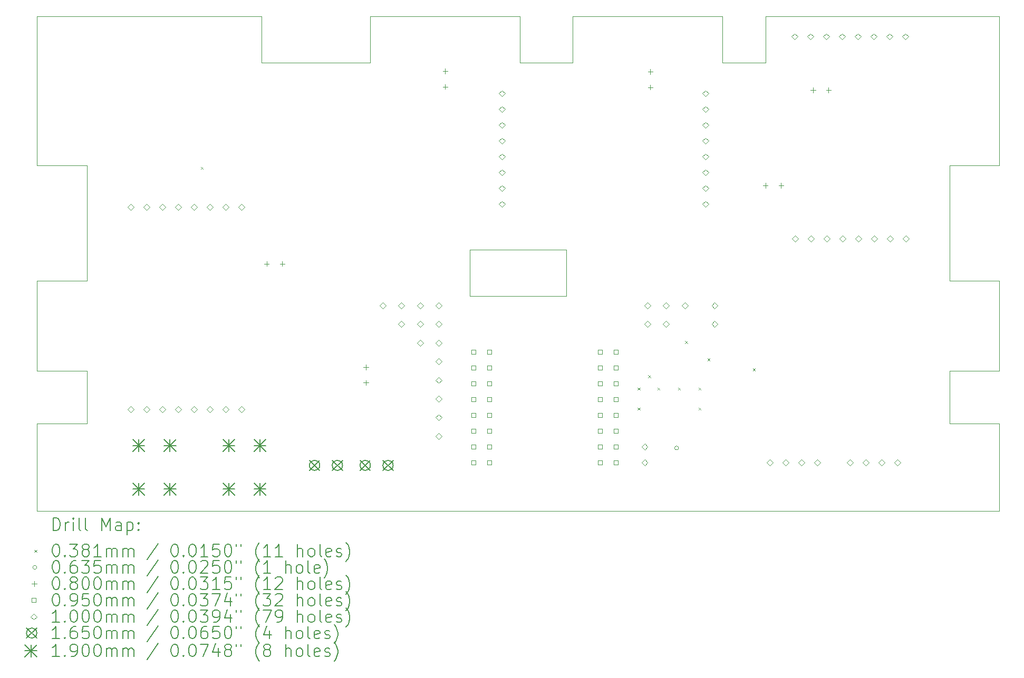
<source format=gbr>
%TF.GenerationSoftware,KiCad,Pcbnew,7.0.5*%
%TF.CreationDate,2023-07-18T15:35:39-04:00*%
%TF.ProjectId,PCBPT_Main_control_V1,50434250-545f-44d6-9169-6e5f636f6e74,rev?*%
%TF.SameCoordinates,Original*%
%TF.FileFunction,Drillmap*%
%TF.FilePolarity,Positive*%
%FSLAX45Y45*%
G04 Gerber Fmt 4.5, Leading zero omitted, Abs format (unit mm)*
G04 Created by KiCad (PCBNEW 7.0.5) date 2023-07-18 15:35:39*
%MOMM*%
%LPD*%
G01*
G04 APERTURE LIST*
%ADD10C,0.100000*%
%ADD11C,0.200000*%
%ADD12C,0.038100*%
%ADD13C,0.063500*%
%ADD14C,0.080000*%
%ADD15C,0.095000*%
%ADD16C,0.165000*%
%ADD17C,0.190000*%
G04 APERTURE END LIST*
D10*
X18700000Y-4600000D02*
X18000000Y-4600000D01*
X21650000Y-9550000D02*
X22450000Y-9550000D01*
X12350000Y-4600000D02*
X12350000Y-3850000D01*
X22450000Y-9550000D02*
X22450000Y-8100000D01*
X7800000Y-8100000D02*
X7800000Y-6250000D01*
X18000000Y-3850000D02*
X15600000Y-3850000D01*
X18000000Y-4600000D02*
X18000000Y-3850000D01*
X22450000Y-3850000D02*
X22450000Y-6250000D01*
X14750000Y-4600000D02*
X15600000Y-4600000D01*
X7800000Y-6250000D02*
X7000000Y-6250000D01*
X21650000Y-8100000D02*
X21650000Y-6250000D01*
X22450000Y-6250000D02*
X21650000Y-6250000D01*
X7000000Y-3850000D02*
X10600000Y-3850000D01*
X7000000Y-10400000D02*
X7800000Y-10400000D01*
X7000000Y-11800000D02*
X7000000Y-10400000D01*
X22450000Y-8100000D02*
X21650000Y-8100000D01*
X7000000Y-9550000D02*
X7000000Y-8100000D01*
X22450000Y-11800000D02*
X7000000Y-11800000D01*
X7000000Y-8100000D02*
X7800000Y-8100000D01*
X18700000Y-3850000D02*
X18700000Y-4600000D01*
X10600000Y-4600000D02*
X10600000Y-3850000D01*
X15600000Y-4600000D02*
X15600000Y-3850000D01*
X18700000Y-3850000D02*
X22450000Y-3850000D01*
X10600000Y-4600000D02*
X12350000Y-4600000D01*
X7800000Y-9550000D02*
X7000000Y-9550000D01*
X22450000Y-10400000D02*
X22450000Y-11800000D01*
X7800000Y-10400000D02*
X7800000Y-9550000D01*
X7000000Y-6250000D02*
X7000000Y-3850000D01*
X12350000Y-3850000D02*
X14750000Y-3850000D01*
X22450000Y-10400000D02*
X21650000Y-10400000D01*
X14750000Y-3850000D02*
X14750000Y-4600000D01*
X13950000Y-7600000D02*
X15500000Y-7600000D01*
X15500000Y-8350000D01*
X13950000Y-8350000D01*
X13950000Y-7600000D01*
X21650000Y-10400000D02*
X21650000Y-9550000D01*
D11*
D12*
X9625950Y-6270950D02*
X9664050Y-6309050D01*
X9664050Y-6270950D02*
X9625950Y-6309050D01*
X16640950Y-9820950D02*
X16679050Y-9859050D01*
X16679050Y-9820950D02*
X16640950Y-9859050D01*
X16640950Y-10140950D02*
X16679050Y-10179050D01*
X16679050Y-10140950D02*
X16640950Y-10179050D01*
X16810950Y-9620950D02*
X16849050Y-9659050D01*
X16849050Y-9620950D02*
X16810950Y-9659050D01*
X16960950Y-9820950D02*
X16999050Y-9859050D01*
X16999050Y-9820950D02*
X16960950Y-9859050D01*
X17290950Y-9820950D02*
X17329050Y-9859050D01*
X17329050Y-9820950D02*
X17290950Y-9859050D01*
X17405950Y-9070950D02*
X17444050Y-9109050D01*
X17444050Y-9070950D02*
X17405950Y-9109050D01*
X17620950Y-9820950D02*
X17659050Y-9859050D01*
X17659050Y-9820950D02*
X17620950Y-9859050D01*
X17620950Y-10140950D02*
X17659050Y-10179050D01*
X17659050Y-10140950D02*
X17620950Y-10179050D01*
X17765950Y-9350950D02*
X17804050Y-9389050D01*
X17804050Y-9350950D02*
X17765950Y-9389050D01*
X18490950Y-9510950D02*
X18529050Y-9549050D01*
X18529050Y-9510950D02*
X18490950Y-9549050D01*
D13*
X17300500Y-10790000D02*
G75*
G03*
X17300500Y-10790000I-31750J0D01*
G01*
D14*
X10685762Y-7789000D02*
X10685762Y-7869000D01*
X10645762Y-7829000D02*
X10725762Y-7829000D01*
X10935762Y-7789000D02*
X10935762Y-7869000D01*
X10895762Y-7829000D02*
X10975762Y-7829000D01*
X12281000Y-9451238D02*
X12281000Y-9531238D01*
X12241000Y-9491238D02*
X12321000Y-9491238D01*
X12281000Y-9701238D02*
X12281000Y-9781238D01*
X12241000Y-9741238D02*
X12321000Y-9741238D01*
X13552000Y-4694238D02*
X13552000Y-4774238D01*
X13512000Y-4734238D02*
X13592000Y-4734238D01*
X13552000Y-4944238D02*
X13552000Y-5024238D01*
X13512000Y-4984238D02*
X13592000Y-4984238D01*
X16846000Y-4702238D02*
X16846000Y-4782238D01*
X16806000Y-4742238D02*
X16886000Y-4742238D01*
X16846000Y-4952238D02*
X16846000Y-5032238D01*
X16806000Y-4992238D02*
X16886000Y-4992238D01*
X18695238Y-6531000D02*
X18695238Y-6611000D01*
X18655238Y-6571000D02*
X18735238Y-6571000D01*
X18945238Y-6531000D02*
X18945238Y-6611000D01*
X18905238Y-6571000D02*
X18985238Y-6571000D01*
X19457762Y-5000000D02*
X19457762Y-5080000D01*
X19417762Y-5040000D02*
X19497762Y-5040000D01*
X19707762Y-5000000D02*
X19707762Y-5080000D01*
X19667762Y-5040000D02*
X19747762Y-5040000D01*
D15*
X14043088Y-9279588D02*
X14043088Y-9212412D01*
X13975912Y-9212412D01*
X13975912Y-9279588D01*
X14043088Y-9279588D01*
X14043088Y-9533588D02*
X14043088Y-9466412D01*
X13975912Y-9466412D01*
X13975912Y-9533588D01*
X14043088Y-9533588D01*
X14043088Y-9787588D02*
X14043088Y-9720412D01*
X13975912Y-9720412D01*
X13975912Y-9787588D01*
X14043088Y-9787588D01*
X14043088Y-10041588D02*
X14043088Y-9974412D01*
X13975912Y-9974412D01*
X13975912Y-10041588D01*
X14043088Y-10041588D01*
X14043088Y-10295588D02*
X14043088Y-10228412D01*
X13975912Y-10228412D01*
X13975912Y-10295588D01*
X14043088Y-10295588D01*
X14043088Y-10549588D02*
X14043088Y-10482412D01*
X13975912Y-10482412D01*
X13975912Y-10549588D01*
X14043088Y-10549588D01*
X14043088Y-10803588D02*
X14043088Y-10736412D01*
X13975912Y-10736412D01*
X13975912Y-10803588D01*
X14043088Y-10803588D01*
X14043088Y-11057588D02*
X14043088Y-10990412D01*
X13975912Y-10990412D01*
X13975912Y-11057588D01*
X14043088Y-11057588D01*
X14297088Y-9279588D02*
X14297088Y-9212412D01*
X14229912Y-9212412D01*
X14229912Y-9279588D01*
X14297088Y-9279588D01*
X14297088Y-9533588D02*
X14297088Y-9466412D01*
X14229912Y-9466412D01*
X14229912Y-9533588D01*
X14297088Y-9533588D01*
X14297088Y-9787588D02*
X14297088Y-9720412D01*
X14229912Y-9720412D01*
X14229912Y-9787588D01*
X14297088Y-9787588D01*
X14297088Y-10041588D02*
X14297088Y-9974412D01*
X14229912Y-9974412D01*
X14229912Y-10041588D01*
X14297088Y-10041588D01*
X14297088Y-10295588D02*
X14297088Y-10228412D01*
X14229912Y-10228412D01*
X14229912Y-10295588D01*
X14297088Y-10295588D01*
X14297088Y-10549588D02*
X14297088Y-10482412D01*
X14229912Y-10482412D01*
X14229912Y-10549588D01*
X14297088Y-10549588D01*
X14297088Y-10803588D02*
X14297088Y-10736412D01*
X14229912Y-10736412D01*
X14229912Y-10803588D01*
X14297088Y-10803588D01*
X14297088Y-11057588D02*
X14297088Y-10990412D01*
X14229912Y-10990412D01*
X14229912Y-11057588D01*
X14297088Y-11057588D01*
X16075088Y-9279588D02*
X16075088Y-9212412D01*
X16007912Y-9212412D01*
X16007912Y-9279588D01*
X16075088Y-9279588D01*
X16075088Y-9533588D02*
X16075088Y-9466412D01*
X16007912Y-9466412D01*
X16007912Y-9533588D01*
X16075088Y-9533588D01*
X16075088Y-9787588D02*
X16075088Y-9720412D01*
X16007912Y-9720412D01*
X16007912Y-9787588D01*
X16075088Y-9787588D01*
X16075088Y-10041588D02*
X16075088Y-9974412D01*
X16007912Y-9974412D01*
X16007912Y-10041588D01*
X16075088Y-10041588D01*
X16075088Y-10295588D02*
X16075088Y-10228412D01*
X16007912Y-10228412D01*
X16007912Y-10295588D01*
X16075088Y-10295588D01*
X16075088Y-10549588D02*
X16075088Y-10482412D01*
X16007912Y-10482412D01*
X16007912Y-10549588D01*
X16075088Y-10549588D01*
X16075088Y-10803588D02*
X16075088Y-10736412D01*
X16007912Y-10736412D01*
X16007912Y-10803588D01*
X16075088Y-10803588D01*
X16075088Y-11057588D02*
X16075088Y-10990412D01*
X16007912Y-10990412D01*
X16007912Y-11057588D01*
X16075088Y-11057588D01*
X16329088Y-9279588D02*
X16329088Y-9212412D01*
X16261912Y-9212412D01*
X16261912Y-9279588D01*
X16329088Y-9279588D01*
X16329088Y-9533588D02*
X16329088Y-9466412D01*
X16261912Y-9466412D01*
X16261912Y-9533588D01*
X16329088Y-9533588D01*
X16329088Y-9787588D02*
X16329088Y-9720412D01*
X16261912Y-9720412D01*
X16261912Y-9787588D01*
X16329088Y-9787588D01*
X16329088Y-10041588D02*
X16329088Y-9974412D01*
X16261912Y-9974412D01*
X16261912Y-10041588D01*
X16329088Y-10041588D01*
X16329088Y-10295588D02*
X16329088Y-10228412D01*
X16261912Y-10228412D01*
X16261912Y-10295588D01*
X16329088Y-10295588D01*
X16329088Y-10549588D02*
X16329088Y-10482412D01*
X16261912Y-10482412D01*
X16261912Y-10549588D01*
X16329088Y-10549588D01*
X16329088Y-10803588D02*
X16329088Y-10736412D01*
X16261912Y-10736412D01*
X16261912Y-10803588D01*
X16329088Y-10803588D01*
X16329088Y-11057588D02*
X16329088Y-10990412D01*
X16261912Y-10990412D01*
X16261912Y-11057588D01*
X16329088Y-11057588D01*
D10*
X8506000Y-6971500D02*
X8556000Y-6921500D01*
X8506000Y-6871500D01*
X8456000Y-6921500D01*
X8506000Y-6971500D01*
X8506000Y-10221500D02*
X8556000Y-10171500D01*
X8506000Y-10121500D01*
X8456000Y-10171500D01*
X8506000Y-10221500D01*
X8760000Y-6971500D02*
X8810000Y-6921500D01*
X8760000Y-6871500D01*
X8710000Y-6921500D01*
X8760000Y-6971500D01*
X8760000Y-10221500D02*
X8810000Y-10171500D01*
X8760000Y-10121500D01*
X8710000Y-10171500D01*
X8760000Y-10221500D01*
X9014000Y-6971500D02*
X9064000Y-6921500D01*
X9014000Y-6871500D01*
X8964000Y-6921500D01*
X9014000Y-6971500D01*
X9014000Y-10221500D02*
X9064000Y-10171500D01*
X9014000Y-10121500D01*
X8964000Y-10171500D01*
X9014000Y-10221500D01*
X9268000Y-6971500D02*
X9318000Y-6921500D01*
X9268000Y-6871500D01*
X9218000Y-6921500D01*
X9268000Y-6971500D01*
X9268000Y-10221500D02*
X9318000Y-10171500D01*
X9268000Y-10121500D01*
X9218000Y-10171500D01*
X9268000Y-10221500D01*
X9522000Y-6971500D02*
X9572000Y-6921500D01*
X9522000Y-6871500D01*
X9472000Y-6921500D01*
X9522000Y-6971500D01*
X9522000Y-10221500D02*
X9572000Y-10171500D01*
X9522000Y-10121500D01*
X9472000Y-10171500D01*
X9522000Y-10221500D01*
X9776000Y-6971500D02*
X9826000Y-6921500D01*
X9776000Y-6871500D01*
X9726000Y-6921500D01*
X9776000Y-6971500D01*
X9776000Y-10221500D02*
X9826000Y-10171500D01*
X9776000Y-10121500D01*
X9726000Y-10171500D01*
X9776000Y-10221500D01*
X10030000Y-6971500D02*
X10080000Y-6921500D01*
X10030000Y-6871500D01*
X9980000Y-6921500D01*
X10030000Y-6971500D01*
X10030000Y-10221500D02*
X10080000Y-10171500D01*
X10030000Y-10121500D01*
X9980000Y-10171500D01*
X10030000Y-10221500D01*
X10284000Y-6971500D02*
X10334000Y-6921500D01*
X10284000Y-6871500D01*
X10234000Y-6921500D01*
X10284000Y-6971500D01*
X10284000Y-10221500D02*
X10334000Y-10171500D01*
X10284000Y-10121500D01*
X10234000Y-10171500D01*
X10284000Y-10221500D01*
X12550000Y-8550000D02*
X12600000Y-8500000D01*
X12550000Y-8450000D01*
X12500000Y-8500000D01*
X12550000Y-8550000D01*
X12850000Y-8550000D02*
X12900000Y-8500000D01*
X12850000Y-8450000D01*
X12800000Y-8500000D01*
X12850000Y-8550000D01*
X12850000Y-8850000D02*
X12900000Y-8800000D01*
X12850000Y-8750000D01*
X12800000Y-8800000D01*
X12850000Y-8850000D01*
X13150000Y-8550000D02*
X13200000Y-8500000D01*
X13150000Y-8450000D01*
X13100000Y-8500000D01*
X13150000Y-8550000D01*
X13150000Y-8850000D02*
X13200000Y-8800000D01*
X13150000Y-8750000D01*
X13100000Y-8800000D01*
X13150000Y-8850000D01*
X13150000Y-9150000D02*
X13200000Y-9100000D01*
X13150000Y-9050000D01*
X13100000Y-9100000D01*
X13150000Y-9150000D01*
X13450000Y-8550000D02*
X13500000Y-8500000D01*
X13450000Y-8450000D01*
X13400000Y-8500000D01*
X13450000Y-8550000D01*
X13450000Y-8850000D02*
X13500000Y-8800000D01*
X13450000Y-8750000D01*
X13400000Y-8800000D01*
X13450000Y-8850000D01*
X13450000Y-9150000D02*
X13500000Y-9100000D01*
X13450000Y-9050000D01*
X13400000Y-9100000D01*
X13450000Y-9150000D01*
X13450000Y-9450000D02*
X13500000Y-9400000D01*
X13450000Y-9350000D01*
X13400000Y-9400000D01*
X13450000Y-9450000D01*
X13450000Y-9750000D02*
X13500000Y-9700000D01*
X13450000Y-9650000D01*
X13400000Y-9700000D01*
X13450000Y-9750000D01*
X13450000Y-10050000D02*
X13500000Y-10000000D01*
X13450000Y-9950000D01*
X13400000Y-10000000D01*
X13450000Y-10050000D01*
X13450000Y-10350000D02*
X13500000Y-10300000D01*
X13450000Y-10250000D01*
X13400000Y-10300000D01*
X13450000Y-10350000D01*
X13450000Y-10650000D02*
X13500000Y-10600000D01*
X13450000Y-10550000D01*
X13400000Y-10600000D01*
X13450000Y-10650000D01*
X14464000Y-5143500D02*
X14514000Y-5093500D01*
X14464000Y-5043500D01*
X14414000Y-5093500D01*
X14464000Y-5143500D01*
X14464000Y-5397500D02*
X14514000Y-5347500D01*
X14464000Y-5297500D01*
X14414000Y-5347500D01*
X14464000Y-5397500D01*
X14464000Y-5651500D02*
X14514000Y-5601500D01*
X14464000Y-5551500D01*
X14414000Y-5601500D01*
X14464000Y-5651500D01*
X14464000Y-5905500D02*
X14514000Y-5855500D01*
X14464000Y-5805500D01*
X14414000Y-5855500D01*
X14464000Y-5905500D01*
X14464000Y-6159500D02*
X14514000Y-6109500D01*
X14464000Y-6059500D01*
X14414000Y-6109500D01*
X14464000Y-6159500D01*
X14464000Y-6413500D02*
X14514000Y-6363500D01*
X14464000Y-6313500D01*
X14414000Y-6363500D01*
X14464000Y-6413500D01*
X14464000Y-6667500D02*
X14514000Y-6617500D01*
X14464000Y-6567500D01*
X14414000Y-6617500D01*
X14464000Y-6667500D01*
X14464000Y-6921500D02*
X14514000Y-6871500D01*
X14464000Y-6821500D01*
X14414000Y-6871500D01*
X14464000Y-6921500D01*
X16755000Y-10818500D02*
X16805000Y-10768500D01*
X16755000Y-10718500D01*
X16705000Y-10768500D01*
X16755000Y-10818500D01*
X16755000Y-11072500D02*
X16805000Y-11022500D01*
X16755000Y-10972500D01*
X16705000Y-11022500D01*
X16755000Y-11072500D01*
X16800000Y-8550000D02*
X16850000Y-8500000D01*
X16800000Y-8450000D01*
X16750000Y-8500000D01*
X16800000Y-8550000D01*
X16800000Y-8850000D02*
X16850000Y-8800000D01*
X16800000Y-8750000D01*
X16750000Y-8800000D01*
X16800000Y-8850000D01*
X17100000Y-8550000D02*
X17150000Y-8500000D01*
X17100000Y-8450000D01*
X17050000Y-8500000D01*
X17100000Y-8550000D01*
X17100000Y-8850000D02*
X17150000Y-8800000D01*
X17100000Y-8750000D01*
X17050000Y-8800000D01*
X17100000Y-8850000D01*
X17400000Y-8550000D02*
X17450000Y-8500000D01*
X17400000Y-8450000D01*
X17350000Y-8500000D01*
X17400000Y-8550000D01*
X17729000Y-5143500D02*
X17779000Y-5093500D01*
X17729000Y-5043500D01*
X17679000Y-5093500D01*
X17729000Y-5143500D01*
X17729000Y-5397500D02*
X17779000Y-5347500D01*
X17729000Y-5297500D01*
X17679000Y-5347500D01*
X17729000Y-5397500D01*
X17729000Y-5651500D02*
X17779000Y-5601500D01*
X17729000Y-5551500D01*
X17679000Y-5601500D01*
X17729000Y-5651500D01*
X17729000Y-5905500D02*
X17779000Y-5855500D01*
X17729000Y-5805500D01*
X17679000Y-5855500D01*
X17729000Y-5905500D01*
X17729000Y-6159500D02*
X17779000Y-6109500D01*
X17729000Y-6059500D01*
X17679000Y-6109500D01*
X17729000Y-6159500D01*
X17729000Y-6413500D02*
X17779000Y-6363500D01*
X17729000Y-6313500D01*
X17679000Y-6363500D01*
X17729000Y-6413500D01*
X17729000Y-6667500D02*
X17779000Y-6617500D01*
X17729000Y-6567500D01*
X17679000Y-6617500D01*
X17729000Y-6667500D01*
X17729000Y-6921500D02*
X17779000Y-6871500D01*
X17729000Y-6821500D01*
X17679000Y-6871500D01*
X17729000Y-6921500D01*
X17880000Y-8550000D02*
X17930000Y-8500000D01*
X17880000Y-8450000D01*
X17830000Y-8500000D01*
X17880000Y-8550000D01*
X17880000Y-8850000D02*
X17930000Y-8800000D01*
X17880000Y-8750000D01*
X17830000Y-8800000D01*
X17880000Y-8850000D01*
X18767000Y-11075000D02*
X18817000Y-11025000D01*
X18767000Y-10975000D01*
X18717000Y-11025000D01*
X18767000Y-11075000D01*
X19021000Y-11075000D02*
X19071000Y-11025000D01*
X19021000Y-10975000D01*
X18971000Y-11025000D01*
X19021000Y-11075000D01*
X19166000Y-4228500D02*
X19216000Y-4178500D01*
X19166000Y-4128500D01*
X19116000Y-4178500D01*
X19166000Y-4228500D01*
X19172000Y-7478500D02*
X19222000Y-7428500D01*
X19172000Y-7378500D01*
X19122000Y-7428500D01*
X19172000Y-7478500D01*
X19275000Y-11075000D02*
X19325000Y-11025000D01*
X19275000Y-10975000D01*
X19225000Y-11025000D01*
X19275000Y-11075000D01*
X19420000Y-4228500D02*
X19470000Y-4178500D01*
X19420000Y-4128500D01*
X19370000Y-4178500D01*
X19420000Y-4228500D01*
X19426000Y-7478500D02*
X19476000Y-7428500D01*
X19426000Y-7378500D01*
X19376000Y-7428500D01*
X19426000Y-7478500D01*
X19529000Y-11075000D02*
X19579000Y-11025000D01*
X19529000Y-10975000D01*
X19479000Y-11025000D01*
X19529000Y-11075000D01*
X19674000Y-4228500D02*
X19724000Y-4178500D01*
X19674000Y-4128500D01*
X19624000Y-4178500D01*
X19674000Y-4228500D01*
X19680000Y-7478500D02*
X19730000Y-7428500D01*
X19680000Y-7378500D01*
X19630000Y-7428500D01*
X19680000Y-7478500D01*
X19928000Y-4228500D02*
X19978000Y-4178500D01*
X19928000Y-4128500D01*
X19878000Y-4178500D01*
X19928000Y-4228500D01*
X19934000Y-7478500D02*
X19984000Y-7428500D01*
X19934000Y-7378500D01*
X19884000Y-7428500D01*
X19934000Y-7478500D01*
X20055000Y-11075000D02*
X20105000Y-11025000D01*
X20055000Y-10975000D01*
X20005000Y-11025000D01*
X20055000Y-11075000D01*
X20182000Y-4228500D02*
X20232000Y-4178500D01*
X20182000Y-4128500D01*
X20132000Y-4178500D01*
X20182000Y-4228500D01*
X20188000Y-7478500D02*
X20238000Y-7428500D01*
X20188000Y-7378500D01*
X20138000Y-7428500D01*
X20188000Y-7478500D01*
X20309000Y-11075000D02*
X20359000Y-11025000D01*
X20309000Y-10975000D01*
X20259000Y-11025000D01*
X20309000Y-11075000D01*
X20436000Y-4228500D02*
X20486000Y-4178500D01*
X20436000Y-4128500D01*
X20386000Y-4178500D01*
X20436000Y-4228500D01*
X20442000Y-7478500D02*
X20492000Y-7428500D01*
X20442000Y-7378500D01*
X20392000Y-7428500D01*
X20442000Y-7478500D01*
X20563000Y-11075000D02*
X20613000Y-11025000D01*
X20563000Y-10975000D01*
X20513000Y-11025000D01*
X20563000Y-11075000D01*
X20690000Y-4228500D02*
X20740000Y-4178500D01*
X20690000Y-4128500D01*
X20640000Y-4178500D01*
X20690000Y-4228500D01*
X20696000Y-7478500D02*
X20746000Y-7428500D01*
X20696000Y-7378500D01*
X20646000Y-7428500D01*
X20696000Y-7478500D01*
X20817000Y-11075000D02*
X20867000Y-11025000D01*
X20817000Y-10975000D01*
X20767000Y-11025000D01*
X20817000Y-11075000D01*
X20944000Y-4228500D02*
X20994000Y-4178500D01*
X20944000Y-4128500D01*
X20894000Y-4178500D01*
X20944000Y-4228500D01*
X20950000Y-7478500D02*
X21000000Y-7428500D01*
X20950000Y-7378500D01*
X20900000Y-7428500D01*
X20950000Y-7478500D01*
D16*
X11373000Y-10987500D02*
X11538000Y-11152500D01*
X11538000Y-10987500D02*
X11373000Y-11152500D01*
X11538000Y-11070000D02*
G75*
G03*
X11538000Y-11070000I-82500J0D01*
G01*
X11739000Y-10987500D02*
X11904000Y-11152500D01*
X11904000Y-10987500D02*
X11739000Y-11152500D01*
X11904000Y-11070000D02*
G75*
G03*
X11904000Y-11070000I-82500J0D01*
G01*
X12186000Y-10987500D02*
X12351000Y-11152500D01*
X12351000Y-10987500D02*
X12186000Y-11152500D01*
X12351000Y-11070000D02*
G75*
G03*
X12351000Y-11070000I-82500J0D01*
G01*
X12552000Y-10987500D02*
X12717000Y-11152500D01*
X12717000Y-10987500D02*
X12552000Y-11152500D01*
X12717000Y-11070000D02*
G75*
G03*
X12717000Y-11070000I-82500J0D01*
G01*
D17*
X8538000Y-10655000D02*
X8728000Y-10845000D01*
X8728000Y-10655000D02*
X8538000Y-10845000D01*
X8633000Y-10655000D02*
X8633000Y-10845000D01*
X8538000Y-10750000D02*
X8728000Y-10750000D01*
X8538000Y-11356000D02*
X8728000Y-11546000D01*
X8728000Y-11356000D02*
X8538000Y-11546000D01*
X8633000Y-11356000D02*
X8633000Y-11546000D01*
X8538000Y-11451000D02*
X8728000Y-11451000D01*
X9038000Y-10655000D02*
X9228000Y-10845000D01*
X9228000Y-10655000D02*
X9038000Y-10845000D01*
X9133000Y-10655000D02*
X9133000Y-10845000D01*
X9038000Y-10750000D02*
X9228000Y-10750000D01*
X9038000Y-11356000D02*
X9228000Y-11546000D01*
X9228000Y-11356000D02*
X9038000Y-11546000D01*
X9133000Y-11356000D02*
X9133000Y-11546000D01*
X9038000Y-11451000D02*
X9228000Y-11451000D01*
X9985000Y-10655000D02*
X10175000Y-10845000D01*
X10175000Y-10655000D02*
X9985000Y-10845000D01*
X10080000Y-10655000D02*
X10080000Y-10845000D01*
X9985000Y-10750000D02*
X10175000Y-10750000D01*
X9985000Y-11356000D02*
X10175000Y-11546000D01*
X10175000Y-11356000D02*
X9985000Y-11546000D01*
X10080000Y-11356000D02*
X10080000Y-11546000D01*
X9985000Y-11451000D02*
X10175000Y-11451000D01*
X10485000Y-10655000D02*
X10675000Y-10845000D01*
X10675000Y-10655000D02*
X10485000Y-10845000D01*
X10580000Y-10655000D02*
X10580000Y-10845000D01*
X10485000Y-10750000D02*
X10675000Y-10750000D01*
X10485000Y-11356000D02*
X10675000Y-11546000D01*
X10675000Y-11356000D02*
X10485000Y-11546000D01*
X10580000Y-11356000D02*
X10580000Y-11546000D01*
X10485000Y-11451000D02*
X10675000Y-11451000D01*
D11*
X7255777Y-12116484D02*
X7255777Y-11916484D01*
X7255777Y-11916484D02*
X7303396Y-11916484D01*
X7303396Y-11916484D02*
X7331967Y-11926008D01*
X7331967Y-11926008D02*
X7351015Y-11945055D01*
X7351015Y-11945055D02*
X7360539Y-11964103D01*
X7360539Y-11964103D02*
X7370062Y-12002198D01*
X7370062Y-12002198D02*
X7370062Y-12030769D01*
X7370062Y-12030769D02*
X7360539Y-12068865D01*
X7360539Y-12068865D02*
X7351015Y-12087912D01*
X7351015Y-12087912D02*
X7331967Y-12106960D01*
X7331967Y-12106960D02*
X7303396Y-12116484D01*
X7303396Y-12116484D02*
X7255777Y-12116484D01*
X7455777Y-12116484D02*
X7455777Y-11983150D01*
X7455777Y-12021246D02*
X7465301Y-12002198D01*
X7465301Y-12002198D02*
X7474824Y-11992674D01*
X7474824Y-11992674D02*
X7493872Y-11983150D01*
X7493872Y-11983150D02*
X7512920Y-11983150D01*
X7579586Y-12116484D02*
X7579586Y-11983150D01*
X7579586Y-11916484D02*
X7570062Y-11926008D01*
X7570062Y-11926008D02*
X7579586Y-11935531D01*
X7579586Y-11935531D02*
X7589110Y-11926008D01*
X7589110Y-11926008D02*
X7579586Y-11916484D01*
X7579586Y-11916484D02*
X7579586Y-11935531D01*
X7703396Y-12116484D02*
X7684348Y-12106960D01*
X7684348Y-12106960D02*
X7674824Y-12087912D01*
X7674824Y-12087912D02*
X7674824Y-11916484D01*
X7808158Y-12116484D02*
X7789110Y-12106960D01*
X7789110Y-12106960D02*
X7779586Y-12087912D01*
X7779586Y-12087912D02*
X7779586Y-11916484D01*
X8036729Y-12116484D02*
X8036729Y-11916484D01*
X8036729Y-11916484D02*
X8103396Y-12059341D01*
X8103396Y-12059341D02*
X8170062Y-11916484D01*
X8170062Y-11916484D02*
X8170062Y-12116484D01*
X8351015Y-12116484D02*
X8351015Y-12011722D01*
X8351015Y-12011722D02*
X8341491Y-11992674D01*
X8341491Y-11992674D02*
X8322443Y-11983150D01*
X8322443Y-11983150D02*
X8284348Y-11983150D01*
X8284348Y-11983150D02*
X8265301Y-11992674D01*
X8351015Y-12106960D02*
X8331967Y-12116484D01*
X8331967Y-12116484D02*
X8284348Y-12116484D01*
X8284348Y-12116484D02*
X8265301Y-12106960D01*
X8265301Y-12106960D02*
X8255777Y-12087912D01*
X8255777Y-12087912D02*
X8255777Y-12068865D01*
X8255777Y-12068865D02*
X8265301Y-12049817D01*
X8265301Y-12049817D02*
X8284348Y-12040293D01*
X8284348Y-12040293D02*
X8331967Y-12040293D01*
X8331967Y-12040293D02*
X8351015Y-12030769D01*
X8446253Y-11983150D02*
X8446253Y-12183150D01*
X8446253Y-11992674D02*
X8465301Y-11983150D01*
X8465301Y-11983150D02*
X8503396Y-11983150D01*
X8503396Y-11983150D02*
X8522444Y-11992674D01*
X8522444Y-11992674D02*
X8531967Y-12002198D01*
X8531967Y-12002198D02*
X8541491Y-12021246D01*
X8541491Y-12021246D02*
X8541491Y-12078388D01*
X8541491Y-12078388D02*
X8531967Y-12097436D01*
X8531967Y-12097436D02*
X8522444Y-12106960D01*
X8522444Y-12106960D02*
X8503396Y-12116484D01*
X8503396Y-12116484D02*
X8465301Y-12116484D01*
X8465301Y-12116484D02*
X8446253Y-12106960D01*
X8627205Y-12097436D02*
X8636729Y-12106960D01*
X8636729Y-12106960D02*
X8627205Y-12116484D01*
X8627205Y-12116484D02*
X8617682Y-12106960D01*
X8617682Y-12106960D02*
X8627205Y-12097436D01*
X8627205Y-12097436D02*
X8627205Y-12116484D01*
X8627205Y-11992674D02*
X8636729Y-12002198D01*
X8636729Y-12002198D02*
X8627205Y-12011722D01*
X8627205Y-12011722D02*
X8617682Y-12002198D01*
X8617682Y-12002198D02*
X8627205Y-11992674D01*
X8627205Y-11992674D02*
X8627205Y-12011722D01*
D12*
X6956900Y-12425950D02*
X6995000Y-12464050D01*
X6995000Y-12425950D02*
X6956900Y-12464050D01*
D11*
X7293872Y-12336484D02*
X7312920Y-12336484D01*
X7312920Y-12336484D02*
X7331967Y-12346008D01*
X7331967Y-12346008D02*
X7341491Y-12355531D01*
X7341491Y-12355531D02*
X7351015Y-12374579D01*
X7351015Y-12374579D02*
X7360539Y-12412674D01*
X7360539Y-12412674D02*
X7360539Y-12460293D01*
X7360539Y-12460293D02*
X7351015Y-12498388D01*
X7351015Y-12498388D02*
X7341491Y-12517436D01*
X7341491Y-12517436D02*
X7331967Y-12526960D01*
X7331967Y-12526960D02*
X7312920Y-12536484D01*
X7312920Y-12536484D02*
X7293872Y-12536484D01*
X7293872Y-12536484D02*
X7274824Y-12526960D01*
X7274824Y-12526960D02*
X7265301Y-12517436D01*
X7265301Y-12517436D02*
X7255777Y-12498388D01*
X7255777Y-12498388D02*
X7246253Y-12460293D01*
X7246253Y-12460293D02*
X7246253Y-12412674D01*
X7246253Y-12412674D02*
X7255777Y-12374579D01*
X7255777Y-12374579D02*
X7265301Y-12355531D01*
X7265301Y-12355531D02*
X7274824Y-12346008D01*
X7274824Y-12346008D02*
X7293872Y-12336484D01*
X7446253Y-12517436D02*
X7455777Y-12526960D01*
X7455777Y-12526960D02*
X7446253Y-12536484D01*
X7446253Y-12536484D02*
X7436729Y-12526960D01*
X7436729Y-12526960D02*
X7446253Y-12517436D01*
X7446253Y-12517436D02*
X7446253Y-12536484D01*
X7522443Y-12336484D02*
X7646253Y-12336484D01*
X7646253Y-12336484D02*
X7579586Y-12412674D01*
X7579586Y-12412674D02*
X7608158Y-12412674D01*
X7608158Y-12412674D02*
X7627205Y-12422198D01*
X7627205Y-12422198D02*
X7636729Y-12431722D01*
X7636729Y-12431722D02*
X7646253Y-12450769D01*
X7646253Y-12450769D02*
X7646253Y-12498388D01*
X7646253Y-12498388D02*
X7636729Y-12517436D01*
X7636729Y-12517436D02*
X7627205Y-12526960D01*
X7627205Y-12526960D02*
X7608158Y-12536484D01*
X7608158Y-12536484D02*
X7551015Y-12536484D01*
X7551015Y-12536484D02*
X7531967Y-12526960D01*
X7531967Y-12526960D02*
X7522443Y-12517436D01*
X7760539Y-12422198D02*
X7741491Y-12412674D01*
X7741491Y-12412674D02*
X7731967Y-12403150D01*
X7731967Y-12403150D02*
X7722443Y-12384103D01*
X7722443Y-12384103D02*
X7722443Y-12374579D01*
X7722443Y-12374579D02*
X7731967Y-12355531D01*
X7731967Y-12355531D02*
X7741491Y-12346008D01*
X7741491Y-12346008D02*
X7760539Y-12336484D01*
X7760539Y-12336484D02*
X7798634Y-12336484D01*
X7798634Y-12336484D02*
X7817682Y-12346008D01*
X7817682Y-12346008D02*
X7827205Y-12355531D01*
X7827205Y-12355531D02*
X7836729Y-12374579D01*
X7836729Y-12374579D02*
X7836729Y-12384103D01*
X7836729Y-12384103D02*
X7827205Y-12403150D01*
X7827205Y-12403150D02*
X7817682Y-12412674D01*
X7817682Y-12412674D02*
X7798634Y-12422198D01*
X7798634Y-12422198D02*
X7760539Y-12422198D01*
X7760539Y-12422198D02*
X7741491Y-12431722D01*
X7741491Y-12431722D02*
X7731967Y-12441246D01*
X7731967Y-12441246D02*
X7722443Y-12460293D01*
X7722443Y-12460293D02*
X7722443Y-12498388D01*
X7722443Y-12498388D02*
X7731967Y-12517436D01*
X7731967Y-12517436D02*
X7741491Y-12526960D01*
X7741491Y-12526960D02*
X7760539Y-12536484D01*
X7760539Y-12536484D02*
X7798634Y-12536484D01*
X7798634Y-12536484D02*
X7817682Y-12526960D01*
X7817682Y-12526960D02*
X7827205Y-12517436D01*
X7827205Y-12517436D02*
X7836729Y-12498388D01*
X7836729Y-12498388D02*
X7836729Y-12460293D01*
X7836729Y-12460293D02*
X7827205Y-12441246D01*
X7827205Y-12441246D02*
X7817682Y-12431722D01*
X7817682Y-12431722D02*
X7798634Y-12422198D01*
X8027205Y-12536484D02*
X7912920Y-12536484D01*
X7970062Y-12536484D02*
X7970062Y-12336484D01*
X7970062Y-12336484D02*
X7951015Y-12365055D01*
X7951015Y-12365055D02*
X7931967Y-12384103D01*
X7931967Y-12384103D02*
X7912920Y-12393627D01*
X8112920Y-12536484D02*
X8112920Y-12403150D01*
X8112920Y-12422198D02*
X8122443Y-12412674D01*
X8122443Y-12412674D02*
X8141491Y-12403150D01*
X8141491Y-12403150D02*
X8170063Y-12403150D01*
X8170063Y-12403150D02*
X8189110Y-12412674D01*
X8189110Y-12412674D02*
X8198634Y-12431722D01*
X8198634Y-12431722D02*
X8198634Y-12536484D01*
X8198634Y-12431722D02*
X8208158Y-12412674D01*
X8208158Y-12412674D02*
X8227205Y-12403150D01*
X8227205Y-12403150D02*
X8255777Y-12403150D01*
X8255777Y-12403150D02*
X8274824Y-12412674D01*
X8274824Y-12412674D02*
X8284348Y-12431722D01*
X8284348Y-12431722D02*
X8284348Y-12536484D01*
X8379586Y-12536484D02*
X8379586Y-12403150D01*
X8379586Y-12422198D02*
X8389110Y-12412674D01*
X8389110Y-12412674D02*
X8408158Y-12403150D01*
X8408158Y-12403150D02*
X8436729Y-12403150D01*
X8436729Y-12403150D02*
X8455777Y-12412674D01*
X8455777Y-12412674D02*
X8465301Y-12431722D01*
X8465301Y-12431722D02*
X8465301Y-12536484D01*
X8465301Y-12431722D02*
X8474825Y-12412674D01*
X8474825Y-12412674D02*
X8493872Y-12403150D01*
X8493872Y-12403150D02*
X8522444Y-12403150D01*
X8522444Y-12403150D02*
X8541491Y-12412674D01*
X8541491Y-12412674D02*
X8551015Y-12431722D01*
X8551015Y-12431722D02*
X8551015Y-12536484D01*
X8941491Y-12326960D02*
X8770063Y-12584103D01*
X9198634Y-12336484D02*
X9217682Y-12336484D01*
X9217682Y-12336484D02*
X9236729Y-12346008D01*
X9236729Y-12346008D02*
X9246253Y-12355531D01*
X9246253Y-12355531D02*
X9255777Y-12374579D01*
X9255777Y-12374579D02*
X9265301Y-12412674D01*
X9265301Y-12412674D02*
X9265301Y-12460293D01*
X9265301Y-12460293D02*
X9255777Y-12498388D01*
X9255777Y-12498388D02*
X9246253Y-12517436D01*
X9246253Y-12517436D02*
X9236729Y-12526960D01*
X9236729Y-12526960D02*
X9217682Y-12536484D01*
X9217682Y-12536484D02*
X9198634Y-12536484D01*
X9198634Y-12536484D02*
X9179587Y-12526960D01*
X9179587Y-12526960D02*
X9170063Y-12517436D01*
X9170063Y-12517436D02*
X9160539Y-12498388D01*
X9160539Y-12498388D02*
X9151015Y-12460293D01*
X9151015Y-12460293D02*
X9151015Y-12412674D01*
X9151015Y-12412674D02*
X9160539Y-12374579D01*
X9160539Y-12374579D02*
X9170063Y-12355531D01*
X9170063Y-12355531D02*
X9179587Y-12346008D01*
X9179587Y-12346008D02*
X9198634Y-12336484D01*
X9351015Y-12517436D02*
X9360539Y-12526960D01*
X9360539Y-12526960D02*
X9351015Y-12536484D01*
X9351015Y-12536484D02*
X9341491Y-12526960D01*
X9341491Y-12526960D02*
X9351015Y-12517436D01*
X9351015Y-12517436D02*
X9351015Y-12536484D01*
X9484348Y-12336484D02*
X9503396Y-12336484D01*
X9503396Y-12336484D02*
X9522444Y-12346008D01*
X9522444Y-12346008D02*
X9531968Y-12355531D01*
X9531968Y-12355531D02*
X9541491Y-12374579D01*
X9541491Y-12374579D02*
X9551015Y-12412674D01*
X9551015Y-12412674D02*
X9551015Y-12460293D01*
X9551015Y-12460293D02*
X9541491Y-12498388D01*
X9541491Y-12498388D02*
X9531968Y-12517436D01*
X9531968Y-12517436D02*
X9522444Y-12526960D01*
X9522444Y-12526960D02*
X9503396Y-12536484D01*
X9503396Y-12536484D02*
X9484348Y-12536484D01*
X9484348Y-12536484D02*
X9465301Y-12526960D01*
X9465301Y-12526960D02*
X9455777Y-12517436D01*
X9455777Y-12517436D02*
X9446253Y-12498388D01*
X9446253Y-12498388D02*
X9436729Y-12460293D01*
X9436729Y-12460293D02*
X9436729Y-12412674D01*
X9436729Y-12412674D02*
X9446253Y-12374579D01*
X9446253Y-12374579D02*
X9455777Y-12355531D01*
X9455777Y-12355531D02*
X9465301Y-12346008D01*
X9465301Y-12346008D02*
X9484348Y-12336484D01*
X9741491Y-12536484D02*
X9627206Y-12536484D01*
X9684348Y-12536484D02*
X9684348Y-12336484D01*
X9684348Y-12336484D02*
X9665301Y-12365055D01*
X9665301Y-12365055D02*
X9646253Y-12384103D01*
X9646253Y-12384103D02*
X9627206Y-12393627D01*
X9922444Y-12336484D02*
X9827206Y-12336484D01*
X9827206Y-12336484D02*
X9817682Y-12431722D01*
X9817682Y-12431722D02*
X9827206Y-12422198D01*
X9827206Y-12422198D02*
X9846253Y-12412674D01*
X9846253Y-12412674D02*
X9893872Y-12412674D01*
X9893872Y-12412674D02*
X9912920Y-12422198D01*
X9912920Y-12422198D02*
X9922444Y-12431722D01*
X9922444Y-12431722D02*
X9931968Y-12450769D01*
X9931968Y-12450769D02*
X9931968Y-12498388D01*
X9931968Y-12498388D02*
X9922444Y-12517436D01*
X9922444Y-12517436D02*
X9912920Y-12526960D01*
X9912920Y-12526960D02*
X9893872Y-12536484D01*
X9893872Y-12536484D02*
X9846253Y-12536484D01*
X9846253Y-12536484D02*
X9827206Y-12526960D01*
X9827206Y-12526960D02*
X9817682Y-12517436D01*
X10055777Y-12336484D02*
X10074825Y-12336484D01*
X10074825Y-12336484D02*
X10093872Y-12346008D01*
X10093872Y-12346008D02*
X10103396Y-12355531D01*
X10103396Y-12355531D02*
X10112920Y-12374579D01*
X10112920Y-12374579D02*
X10122444Y-12412674D01*
X10122444Y-12412674D02*
X10122444Y-12460293D01*
X10122444Y-12460293D02*
X10112920Y-12498388D01*
X10112920Y-12498388D02*
X10103396Y-12517436D01*
X10103396Y-12517436D02*
X10093872Y-12526960D01*
X10093872Y-12526960D02*
X10074825Y-12536484D01*
X10074825Y-12536484D02*
X10055777Y-12536484D01*
X10055777Y-12536484D02*
X10036729Y-12526960D01*
X10036729Y-12526960D02*
X10027206Y-12517436D01*
X10027206Y-12517436D02*
X10017682Y-12498388D01*
X10017682Y-12498388D02*
X10008158Y-12460293D01*
X10008158Y-12460293D02*
X10008158Y-12412674D01*
X10008158Y-12412674D02*
X10017682Y-12374579D01*
X10017682Y-12374579D02*
X10027206Y-12355531D01*
X10027206Y-12355531D02*
X10036729Y-12346008D01*
X10036729Y-12346008D02*
X10055777Y-12336484D01*
X10198634Y-12336484D02*
X10198634Y-12374579D01*
X10274825Y-12336484D02*
X10274825Y-12374579D01*
X10570063Y-12612674D02*
X10560539Y-12603150D01*
X10560539Y-12603150D02*
X10541491Y-12574579D01*
X10541491Y-12574579D02*
X10531968Y-12555531D01*
X10531968Y-12555531D02*
X10522444Y-12526960D01*
X10522444Y-12526960D02*
X10512920Y-12479341D01*
X10512920Y-12479341D02*
X10512920Y-12441246D01*
X10512920Y-12441246D02*
X10522444Y-12393627D01*
X10522444Y-12393627D02*
X10531968Y-12365055D01*
X10531968Y-12365055D02*
X10541491Y-12346008D01*
X10541491Y-12346008D02*
X10560539Y-12317436D01*
X10560539Y-12317436D02*
X10570063Y-12307912D01*
X10751015Y-12536484D02*
X10636730Y-12536484D01*
X10693872Y-12536484D02*
X10693872Y-12336484D01*
X10693872Y-12336484D02*
X10674825Y-12365055D01*
X10674825Y-12365055D02*
X10655777Y-12384103D01*
X10655777Y-12384103D02*
X10636730Y-12393627D01*
X10941491Y-12536484D02*
X10827206Y-12536484D01*
X10884349Y-12536484D02*
X10884349Y-12336484D01*
X10884349Y-12336484D02*
X10865301Y-12365055D01*
X10865301Y-12365055D02*
X10846253Y-12384103D01*
X10846253Y-12384103D02*
X10827206Y-12393627D01*
X11179587Y-12536484D02*
X11179587Y-12336484D01*
X11265301Y-12536484D02*
X11265301Y-12431722D01*
X11265301Y-12431722D02*
X11255777Y-12412674D01*
X11255777Y-12412674D02*
X11236730Y-12403150D01*
X11236730Y-12403150D02*
X11208158Y-12403150D01*
X11208158Y-12403150D02*
X11189110Y-12412674D01*
X11189110Y-12412674D02*
X11179587Y-12422198D01*
X11389110Y-12536484D02*
X11370063Y-12526960D01*
X11370063Y-12526960D02*
X11360539Y-12517436D01*
X11360539Y-12517436D02*
X11351015Y-12498388D01*
X11351015Y-12498388D02*
X11351015Y-12441246D01*
X11351015Y-12441246D02*
X11360539Y-12422198D01*
X11360539Y-12422198D02*
X11370063Y-12412674D01*
X11370063Y-12412674D02*
X11389110Y-12403150D01*
X11389110Y-12403150D02*
X11417682Y-12403150D01*
X11417682Y-12403150D02*
X11436730Y-12412674D01*
X11436730Y-12412674D02*
X11446253Y-12422198D01*
X11446253Y-12422198D02*
X11455777Y-12441246D01*
X11455777Y-12441246D02*
X11455777Y-12498388D01*
X11455777Y-12498388D02*
X11446253Y-12517436D01*
X11446253Y-12517436D02*
X11436730Y-12526960D01*
X11436730Y-12526960D02*
X11417682Y-12536484D01*
X11417682Y-12536484D02*
X11389110Y-12536484D01*
X11570063Y-12536484D02*
X11551015Y-12526960D01*
X11551015Y-12526960D02*
X11541491Y-12507912D01*
X11541491Y-12507912D02*
X11541491Y-12336484D01*
X11722444Y-12526960D02*
X11703396Y-12536484D01*
X11703396Y-12536484D02*
X11665301Y-12536484D01*
X11665301Y-12536484D02*
X11646253Y-12526960D01*
X11646253Y-12526960D02*
X11636730Y-12507912D01*
X11636730Y-12507912D02*
X11636730Y-12431722D01*
X11636730Y-12431722D02*
X11646253Y-12412674D01*
X11646253Y-12412674D02*
X11665301Y-12403150D01*
X11665301Y-12403150D02*
X11703396Y-12403150D01*
X11703396Y-12403150D02*
X11722444Y-12412674D01*
X11722444Y-12412674D02*
X11731968Y-12431722D01*
X11731968Y-12431722D02*
X11731968Y-12450769D01*
X11731968Y-12450769D02*
X11636730Y-12469817D01*
X11808158Y-12526960D02*
X11827206Y-12536484D01*
X11827206Y-12536484D02*
X11865301Y-12536484D01*
X11865301Y-12536484D02*
X11884349Y-12526960D01*
X11884349Y-12526960D02*
X11893872Y-12507912D01*
X11893872Y-12507912D02*
X11893872Y-12498388D01*
X11893872Y-12498388D02*
X11884349Y-12479341D01*
X11884349Y-12479341D02*
X11865301Y-12469817D01*
X11865301Y-12469817D02*
X11836730Y-12469817D01*
X11836730Y-12469817D02*
X11817682Y-12460293D01*
X11817682Y-12460293D02*
X11808158Y-12441246D01*
X11808158Y-12441246D02*
X11808158Y-12431722D01*
X11808158Y-12431722D02*
X11817682Y-12412674D01*
X11817682Y-12412674D02*
X11836730Y-12403150D01*
X11836730Y-12403150D02*
X11865301Y-12403150D01*
X11865301Y-12403150D02*
X11884349Y-12412674D01*
X11960539Y-12612674D02*
X11970063Y-12603150D01*
X11970063Y-12603150D02*
X11989111Y-12574579D01*
X11989111Y-12574579D02*
X11998634Y-12555531D01*
X11998634Y-12555531D02*
X12008158Y-12526960D01*
X12008158Y-12526960D02*
X12017682Y-12479341D01*
X12017682Y-12479341D02*
X12017682Y-12441246D01*
X12017682Y-12441246D02*
X12008158Y-12393627D01*
X12008158Y-12393627D02*
X11998634Y-12365055D01*
X11998634Y-12365055D02*
X11989111Y-12346008D01*
X11989111Y-12346008D02*
X11970063Y-12317436D01*
X11970063Y-12317436D02*
X11960539Y-12307912D01*
D13*
X6995000Y-12709000D02*
G75*
G03*
X6995000Y-12709000I-31750J0D01*
G01*
D11*
X7293872Y-12600484D02*
X7312920Y-12600484D01*
X7312920Y-12600484D02*
X7331967Y-12610008D01*
X7331967Y-12610008D02*
X7341491Y-12619531D01*
X7341491Y-12619531D02*
X7351015Y-12638579D01*
X7351015Y-12638579D02*
X7360539Y-12676674D01*
X7360539Y-12676674D02*
X7360539Y-12724293D01*
X7360539Y-12724293D02*
X7351015Y-12762388D01*
X7351015Y-12762388D02*
X7341491Y-12781436D01*
X7341491Y-12781436D02*
X7331967Y-12790960D01*
X7331967Y-12790960D02*
X7312920Y-12800484D01*
X7312920Y-12800484D02*
X7293872Y-12800484D01*
X7293872Y-12800484D02*
X7274824Y-12790960D01*
X7274824Y-12790960D02*
X7265301Y-12781436D01*
X7265301Y-12781436D02*
X7255777Y-12762388D01*
X7255777Y-12762388D02*
X7246253Y-12724293D01*
X7246253Y-12724293D02*
X7246253Y-12676674D01*
X7246253Y-12676674D02*
X7255777Y-12638579D01*
X7255777Y-12638579D02*
X7265301Y-12619531D01*
X7265301Y-12619531D02*
X7274824Y-12610008D01*
X7274824Y-12610008D02*
X7293872Y-12600484D01*
X7446253Y-12781436D02*
X7455777Y-12790960D01*
X7455777Y-12790960D02*
X7446253Y-12800484D01*
X7446253Y-12800484D02*
X7436729Y-12790960D01*
X7436729Y-12790960D02*
X7446253Y-12781436D01*
X7446253Y-12781436D02*
X7446253Y-12800484D01*
X7627205Y-12600484D02*
X7589110Y-12600484D01*
X7589110Y-12600484D02*
X7570062Y-12610008D01*
X7570062Y-12610008D02*
X7560539Y-12619531D01*
X7560539Y-12619531D02*
X7541491Y-12648103D01*
X7541491Y-12648103D02*
X7531967Y-12686198D01*
X7531967Y-12686198D02*
X7531967Y-12762388D01*
X7531967Y-12762388D02*
X7541491Y-12781436D01*
X7541491Y-12781436D02*
X7551015Y-12790960D01*
X7551015Y-12790960D02*
X7570062Y-12800484D01*
X7570062Y-12800484D02*
X7608158Y-12800484D01*
X7608158Y-12800484D02*
X7627205Y-12790960D01*
X7627205Y-12790960D02*
X7636729Y-12781436D01*
X7636729Y-12781436D02*
X7646253Y-12762388D01*
X7646253Y-12762388D02*
X7646253Y-12714769D01*
X7646253Y-12714769D02*
X7636729Y-12695722D01*
X7636729Y-12695722D02*
X7627205Y-12686198D01*
X7627205Y-12686198D02*
X7608158Y-12676674D01*
X7608158Y-12676674D02*
X7570062Y-12676674D01*
X7570062Y-12676674D02*
X7551015Y-12686198D01*
X7551015Y-12686198D02*
X7541491Y-12695722D01*
X7541491Y-12695722D02*
X7531967Y-12714769D01*
X7712920Y-12600484D02*
X7836729Y-12600484D01*
X7836729Y-12600484D02*
X7770062Y-12676674D01*
X7770062Y-12676674D02*
X7798634Y-12676674D01*
X7798634Y-12676674D02*
X7817682Y-12686198D01*
X7817682Y-12686198D02*
X7827205Y-12695722D01*
X7827205Y-12695722D02*
X7836729Y-12714769D01*
X7836729Y-12714769D02*
X7836729Y-12762388D01*
X7836729Y-12762388D02*
X7827205Y-12781436D01*
X7827205Y-12781436D02*
X7817682Y-12790960D01*
X7817682Y-12790960D02*
X7798634Y-12800484D01*
X7798634Y-12800484D02*
X7741491Y-12800484D01*
X7741491Y-12800484D02*
X7722443Y-12790960D01*
X7722443Y-12790960D02*
X7712920Y-12781436D01*
X8017682Y-12600484D02*
X7922443Y-12600484D01*
X7922443Y-12600484D02*
X7912920Y-12695722D01*
X7912920Y-12695722D02*
X7922443Y-12686198D01*
X7922443Y-12686198D02*
X7941491Y-12676674D01*
X7941491Y-12676674D02*
X7989110Y-12676674D01*
X7989110Y-12676674D02*
X8008158Y-12686198D01*
X8008158Y-12686198D02*
X8017682Y-12695722D01*
X8017682Y-12695722D02*
X8027205Y-12714769D01*
X8027205Y-12714769D02*
X8027205Y-12762388D01*
X8027205Y-12762388D02*
X8017682Y-12781436D01*
X8017682Y-12781436D02*
X8008158Y-12790960D01*
X8008158Y-12790960D02*
X7989110Y-12800484D01*
X7989110Y-12800484D02*
X7941491Y-12800484D01*
X7941491Y-12800484D02*
X7922443Y-12790960D01*
X7922443Y-12790960D02*
X7912920Y-12781436D01*
X8112920Y-12800484D02*
X8112920Y-12667150D01*
X8112920Y-12686198D02*
X8122443Y-12676674D01*
X8122443Y-12676674D02*
X8141491Y-12667150D01*
X8141491Y-12667150D02*
X8170063Y-12667150D01*
X8170063Y-12667150D02*
X8189110Y-12676674D01*
X8189110Y-12676674D02*
X8198634Y-12695722D01*
X8198634Y-12695722D02*
X8198634Y-12800484D01*
X8198634Y-12695722D02*
X8208158Y-12676674D01*
X8208158Y-12676674D02*
X8227205Y-12667150D01*
X8227205Y-12667150D02*
X8255777Y-12667150D01*
X8255777Y-12667150D02*
X8274824Y-12676674D01*
X8274824Y-12676674D02*
X8284348Y-12695722D01*
X8284348Y-12695722D02*
X8284348Y-12800484D01*
X8379586Y-12800484D02*
X8379586Y-12667150D01*
X8379586Y-12686198D02*
X8389110Y-12676674D01*
X8389110Y-12676674D02*
X8408158Y-12667150D01*
X8408158Y-12667150D02*
X8436729Y-12667150D01*
X8436729Y-12667150D02*
X8455777Y-12676674D01*
X8455777Y-12676674D02*
X8465301Y-12695722D01*
X8465301Y-12695722D02*
X8465301Y-12800484D01*
X8465301Y-12695722D02*
X8474825Y-12676674D01*
X8474825Y-12676674D02*
X8493872Y-12667150D01*
X8493872Y-12667150D02*
X8522444Y-12667150D01*
X8522444Y-12667150D02*
X8541491Y-12676674D01*
X8541491Y-12676674D02*
X8551015Y-12695722D01*
X8551015Y-12695722D02*
X8551015Y-12800484D01*
X8941491Y-12590960D02*
X8770063Y-12848103D01*
X9198634Y-12600484D02*
X9217682Y-12600484D01*
X9217682Y-12600484D02*
X9236729Y-12610008D01*
X9236729Y-12610008D02*
X9246253Y-12619531D01*
X9246253Y-12619531D02*
X9255777Y-12638579D01*
X9255777Y-12638579D02*
X9265301Y-12676674D01*
X9265301Y-12676674D02*
X9265301Y-12724293D01*
X9265301Y-12724293D02*
X9255777Y-12762388D01*
X9255777Y-12762388D02*
X9246253Y-12781436D01*
X9246253Y-12781436D02*
X9236729Y-12790960D01*
X9236729Y-12790960D02*
X9217682Y-12800484D01*
X9217682Y-12800484D02*
X9198634Y-12800484D01*
X9198634Y-12800484D02*
X9179587Y-12790960D01*
X9179587Y-12790960D02*
X9170063Y-12781436D01*
X9170063Y-12781436D02*
X9160539Y-12762388D01*
X9160539Y-12762388D02*
X9151015Y-12724293D01*
X9151015Y-12724293D02*
X9151015Y-12676674D01*
X9151015Y-12676674D02*
X9160539Y-12638579D01*
X9160539Y-12638579D02*
X9170063Y-12619531D01*
X9170063Y-12619531D02*
X9179587Y-12610008D01*
X9179587Y-12610008D02*
X9198634Y-12600484D01*
X9351015Y-12781436D02*
X9360539Y-12790960D01*
X9360539Y-12790960D02*
X9351015Y-12800484D01*
X9351015Y-12800484D02*
X9341491Y-12790960D01*
X9341491Y-12790960D02*
X9351015Y-12781436D01*
X9351015Y-12781436D02*
X9351015Y-12800484D01*
X9484348Y-12600484D02*
X9503396Y-12600484D01*
X9503396Y-12600484D02*
X9522444Y-12610008D01*
X9522444Y-12610008D02*
X9531968Y-12619531D01*
X9531968Y-12619531D02*
X9541491Y-12638579D01*
X9541491Y-12638579D02*
X9551015Y-12676674D01*
X9551015Y-12676674D02*
X9551015Y-12724293D01*
X9551015Y-12724293D02*
X9541491Y-12762388D01*
X9541491Y-12762388D02*
X9531968Y-12781436D01*
X9531968Y-12781436D02*
X9522444Y-12790960D01*
X9522444Y-12790960D02*
X9503396Y-12800484D01*
X9503396Y-12800484D02*
X9484348Y-12800484D01*
X9484348Y-12800484D02*
X9465301Y-12790960D01*
X9465301Y-12790960D02*
X9455777Y-12781436D01*
X9455777Y-12781436D02*
X9446253Y-12762388D01*
X9446253Y-12762388D02*
X9436729Y-12724293D01*
X9436729Y-12724293D02*
X9436729Y-12676674D01*
X9436729Y-12676674D02*
X9446253Y-12638579D01*
X9446253Y-12638579D02*
X9455777Y-12619531D01*
X9455777Y-12619531D02*
X9465301Y-12610008D01*
X9465301Y-12610008D02*
X9484348Y-12600484D01*
X9627206Y-12619531D02*
X9636729Y-12610008D01*
X9636729Y-12610008D02*
X9655777Y-12600484D01*
X9655777Y-12600484D02*
X9703396Y-12600484D01*
X9703396Y-12600484D02*
X9722444Y-12610008D01*
X9722444Y-12610008D02*
X9731968Y-12619531D01*
X9731968Y-12619531D02*
X9741491Y-12638579D01*
X9741491Y-12638579D02*
X9741491Y-12657627D01*
X9741491Y-12657627D02*
X9731968Y-12686198D01*
X9731968Y-12686198D02*
X9617682Y-12800484D01*
X9617682Y-12800484D02*
X9741491Y-12800484D01*
X9922444Y-12600484D02*
X9827206Y-12600484D01*
X9827206Y-12600484D02*
X9817682Y-12695722D01*
X9817682Y-12695722D02*
X9827206Y-12686198D01*
X9827206Y-12686198D02*
X9846253Y-12676674D01*
X9846253Y-12676674D02*
X9893872Y-12676674D01*
X9893872Y-12676674D02*
X9912920Y-12686198D01*
X9912920Y-12686198D02*
X9922444Y-12695722D01*
X9922444Y-12695722D02*
X9931968Y-12714769D01*
X9931968Y-12714769D02*
X9931968Y-12762388D01*
X9931968Y-12762388D02*
X9922444Y-12781436D01*
X9922444Y-12781436D02*
X9912920Y-12790960D01*
X9912920Y-12790960D02*
X9893872Y-12800484D01*
X9893872Y-12800484D02*
X9846253Y-12800484D01*
X9846253Y-12800484D02*
X9827206Y-12790960D01*
X9827206Y-12790960D02*
X9817682Y-12781436D01*
X10055777Y-12600484D02*
X10074825Y-12600484D01*
X10074825Y-12600484D02*
X10093872Y-12610008D01*
X10093872Y-12610008D02*
X10103396Y-12619531D01*
X10103396Y-12619531D02*
X10112920Y-12638579D01*
X10112920Y-12638579D02*
X10122444Y-12676674D01*
X10122444Y-12676674D02*
X10122444Y-12724293D01*
X10122444Y-12724293D02*
X10112920Y-12762388D01*
X10112920Y-12762388D02*
X10103396Y-12781436D01*
X10103396Y-12781436D02*
X10093872Y-12790960D01*
X10093872Y-12790960D02*
X10074825Y-12800484D01*
X10074825Y-12800484D02*
X10055777Y-12800484D01*
X10055777Y-12800484D02*
X10036729Y-12790960D01*
X10036729Y-12790960D02*
X10027206Y-12781436D01*
X10027206Y-12781436D02*
X10017682Y-12762388D01*
X10017682Y-12762388D02*
X10008158Y-12724293D01*
X10008158Y-12724293D02*
X10008158Y-12676674D01*
X10008158Y-12676674D02*
X10017682Y-12638579D01*
X10017682Y-12638579D02*
X10027206Y-12619531D01*
X10027206Y-12619531D02*
X10036729Y-12610008D01*
X10036729Y-12610008D02*
X10055777Y-12600484D01*
X10198634Y-12600484D02*
X10198634Y-12638579D01*
X10274825Y-12600484D02*
X10274825Y-12638579D01*
X10570063Y-12876674D02*
X10560539Y-12867150D01*
X10560539Y-12867150D02*
X10541491Y-12838579D01*
X10541491Y-12838579D02*
X10531968Y-12819531D01*
X10531968Y-12819531D02*
X10522444Y-12790960D01*
X10522444Y-12790960D02*
X10512920Y-12743341D01*
X10512920Y-12743341D02*
X10512920Y-12705246D01*
X10512920Y-12705246D02*
X10522444Y-12657627D01*
X10522444Y-12657627D02*
X10531968Y-12629055D01*
X10531968Y-12629055D02*
X10541491Y-12610008D01*
X10541491Y-12610008D02*
X10560539Y-12581436D01*
X10560539Y-12581436D02*
X10570063Y-12571912D01*
X10751015Y-12800484D02*
X10636730Y-12800484D01*
X10693872Y-12800484D02*
X10693872Y-12600484D01*
X10693872Y-12600484D02*
X10674825Y-12629055D01*
X10674825Y-12629055D02*
X10655777Y-12648103D01*
X10655777Y-12648103D02*
X10636730Y-12657627D01*
X10989111Y-12800484D02*
X10989111Y-12600484D01*
X11074825Y-12800484D02*
X11074825Y-12695722D01*
X11074825Y-12695722D02*
X11065301Y-12676674D01*
X11065301Y-12676674D02*
X11046253Y-12667150D01*
X11046253Y-12667150D02*
X11017682Y-12667150D01*
X11017682Y-12667150D02*
X10998634Y-12676674D01*
X10998634Y-12676674D02*
X10989111Y-12686198D01*
X11198634Y-12800484D02*
X11179587Y-12790960D01*
X11179587Y-12790960D02*
X11170063Y-12781436D01*
X11170063Y-12781436D02*
X11160539Y-12762388D01*
X11160539Y-12762388D02*
X11160539Y-12705246D01*
X11160539Y-12705246D02*
X11170063Y-12686198D01*
X11170063Y-12686198D02*
X11179587Y-12676674D01*
X11179587Y-12676674D02*
X11198634Y-12667150D01*
X11198634Y-12667150D02*
X11227206Y-12667150D01*
X11227206Y-12667150D02*
X11246253Y-12676674D01*
X11246253Y-12676674D02*
X11255777Y-12686198D01*
X11255777Y-12686198D02*
X11265301Y-12705246D01*
X11265301Y-12705246D02*
X11265301Y-12762388D01*
X11265301Y-12762388D02*
X11255777Y-12781436D01*
X11255777Y-12781436D02*
X11246253Y-12790960D01*
X11246253Y-12790960D02*
X11227206Y-12800484D01*
X11227206Y-12800484D02*
X11198634Y-12800484D01*
X11379587Y-12800484D02*
X11360539Y-12790960D01*
X11360539Y-12790960D02*
X11351015Y-12771912D01*
X11351015Y-12771912D02*
X11351015Y-12600484D01*
X11531968Y-12790960D02*
X11512920Y-12800484D01*
X11512920Y-12800484D02*
X11474825Y-12800484D01*
X11474825Y-12800484D02*
X11455777Y-12790960D01*
X11455777Y-12790960D02*
X11446253Y-12771912D01*
X11446253Y-12771912D02*
X11446253Y-12695722D01*
X11446253Y-12695722D02*
X11455777Y-12676674D01*
X11455777Y-12676674D02*
X11474825Y-12667150D01*
X11474825Y-12667150D02*
X11512920Y-12667150D01*
X11512920Y-12667150D02*
X11531968Y-12676674D01*
X11531968Y-12676674D02*
X11541491Y-12695722D01*
X11541491Y-12695722D02*
X11541491Y-12714769D01*
X11541491Y-12714769D02*
X11446253Y-12733817D01*
X11608158Y-12876674D02*
X11617682Y-12867150D01*
X11617682Y-12867150D02*
X11636730Y-12838579D01*
X11636730Y-12838579D02*
X11646253Y-12819531D01*
X11646253Y-12819531D02*
X11655777Y-12790960D01*
X11655777Y-12790960D02*
X11665301Y-12743341D01*
X11665301Y-12743341D02*
X11665301Y-12705246D01*
X11665301Y-12705246D02*
X11655777Y-12657627D01*
X11655777Y-12657627D02*
X11646253Y-12629055D01*
X11646253Y-12629055D02*
X11636730Y-12610008D01*
X11636730Y-12610008D02*
X11617682Y-12581436D01*
X11617682Y-12581436D02*
X11608158Y-12571912D01*
D14*
X6955000Y-12933000D02*
X6955000Y-13013000D01*
X6915000Y-12973000D02*
X6995000Y-12973000D01*
D11*
X7293872Y-12864484D02*
X7312920Y-12864484D01*
X7312920Y-12864484D02*
X7331967Y-12874008D01*
X7331967Y-12874008D02*
X7341491Y-12883531D01*
X7341491Y-12883531D02*
X7351015Y-12902579D01*
X7351015Y-12902579D02*
X7360539Y-12940674D01*
X7360539Y-12940674D02*
X7360539Y-12988293D01*
X7360539Y-12988293D02*
X7351015Y-13026388D01*
X7351015Y-13026388D02*
X7341491Y-13045436D01*
X7341491Y-13045436D02*
X7331967Y-13054960D01*
X7331967Y-13054960D02*
X7312920Y-13064484D01*
X7312920Y-13064484D02*
X7293872Y-13064484D01*
X7293872Y-13064484D02*
X7274824Y-13054960D01*
X7274824Y-13054960D02*
X7265301Y-13045436D01*
X7265301Y-13045436D02*
X7255777Y-13026388D01*
X7255777Y-13026388D02*
X7246253Y-12988293D01*
X7246253Y-12988293D02*
X7246253Y-12940674D01*
X7246253Y-12940674D02*
X7255777Y-12902579D01*
X7255777Y-12902579D02*
X7265301Y-12883531D01*
X7265301Y-12883531D02*
X7274824Y-12874008D01*
X7274824Y-12874008D02*
X7293872Y-12864484D01*
X7446253Y-13045436D02*
X7455777Y-13054960D01*
X7455777Y-13054960D02*
X7446253Y-13064484D01*
X7446253Y-13064484D02*
X7436729Y-13054960D01*
X7436729Y-13054960D02*
X7446253Y-13045436D01*
X7446253Y-13045436D02*
X7446253Y-13064484D01*
X7570062Y-12950198D02*
X7551015Y-12940674D01*
X7551015Y-12940674D02*
X7541491Y-12931150D01*
X7541491Y-12931150D02*
X7531967Y-12912103D01*
X7531967Y-12912103D02*
X7531967Y-12902579D01*
X7531967Y-12902579D02*
X7541491Y-12883531D01*
X7541491Y-12883531D02*
X7551015Y-12874008D01*
X7551015Y-12874008D02*
X7570062Y-12864484D01*
X7570062Y-12864484D02*
X7608158Y-12864484D01*
X7608158Y-12864484D02*
X7627205Y-12874008D01*
X7627205Y-12874008D02*
X7636729Y-12883531D01*
X7636729Y-12883531D02*
X7646253Y-12902579D01*
X7646253Y-12902579D02*
X7646253Y-12912103D01*
X7646253Y-12912103D02*
X7636729Y-12931150D01*
X7636729Y-12931150D02*
X7627205Y-12940674D01*
X7627205Y-12940674D02*
X7608158Y-12950198D01*
X7608158Y-12950198D02*
X7570062Y-12950198D01*
X7570062Y-12950198D02*
X7551015Y-12959722D01*
X7551015Y-12959722D02*
X7541491Y-12969246D01*
X7541491Y-12969246D02*
X7531967Y-12988293D01*
X7531967Y-12988293D02*
X7531967Y-13026388D01*
X7531967Y-13026388D02*
X7541491Y-13045436D01*
X7541491Y-13045436D02*
X7551015Y-13054960D01*
X7551015Y-13054960D02*
X7570062Y-13064484D01*
X7570062Y-13064484D02*
X7608158Y-13064484D01*
X7608158Y-13064484D02*
X7627205Y-13054960D01*
X7627205Y-13054960D02*
X7636729Y-13045436D01*
X7636729Y-13045436D02*
X7646253Y-13026388D01*
X7646253Y-13026388D02*
X7646253Y-12988293D01*
X7646253Y-12988293D02*
X7636729Y-12969246D01*
X7636729Y-12969246D02*
X7627205Y-12959722D01*
X7627205Y-12959722D02*
X7608158Y-12950198D01*
X7770062Y-12864484D02*
X7789110Y-12864484D01*
X7789110Y-12864484D02*
X7808158Y-12874008D01*
X7808158Y-12874008D02*
X7817682Y-12883531D01*
X7817682Y-12883531D02*
X7827205Y-12902579D01*
X7827205Y-12902579D02*
X7836729Y-12940674D01*
X7836729Y-12940674D02*
X7836729Y-12988293D01*
X7836729Y-12988293D02*
X7827205Y-13026388D01*
X7827205Y-13026388D02*
X7817682Y-13045436D01*
X7817682Y-13045436D02*
X7808158Y-13054960D01*
X7808158Y-13054960D02*
X7789110Y-13064484D01*
X7789110Y-13064484D02*
X7770062Y-13064484D01*
X7770062Y-13064484D02*
X7751015Y-13054960D01*
X7751015Y-13054960D02*
X7741491Y-13045436D01*
X7741491Y-13045436D02*
X7731967Y-13026388D01*
X7731967Y-13026388D02*
X7722443Y-12988293D01*
X7722443Y-12988293D02*
X7722443Y-12940674D01*
X7722443Y-12940674D02*
X7731967Y-12902579D01*
X7731967Y-12902579D02*
X7741491Y-12883531D01*
X7741491Y-12883531D02*
X7751015Y-12874008D01*
X7751015Y-12874008D02*
X7770062Y-12864484D01*
X7960539Y-12864484D02*
X7979586Y-12864484D01*
X7979586Y-12864484D02*
X7998634Y-12874008D01*
X7998634Y-12874008D02*
X8008158Y-12883531D01*
X8008158Y-12883531D02*
X8017682Y-12902579D01*
X8017682Y-12902579D02*
X8027205Y-12940674D01*
X8027205Y-12940674D02*
X8027205Y-12988293D01*
X8027205Y-12988293D02*
X8017682Y-13026388D01*
X8017682Y-13026388D02*
X8008158Y-13045436D01*
X8008158Y-13045436D02*
X7998634Y-13054960D01*
X7998634Y-13054960D02*
X7979586Y-13064484D01*
X7979586Y-13064484D02*
X7960539Y-13064484D01*
X7960539Y-13064484D02*
X7941491Y-13054960D01*
X7941491Y-13054960D02*
X7931967Y-13045436D01*
X7931967Y-13045436D02*
X7922443Y-13026388D01*
X7922443Y-13026388D02*
X7912920Y-12988293D01*
X7912920Y-12988293D02*
X7912920Y-12940674D01*
X7912920Y-12940674D02*
X7922443Y-12902579D01*
X7922443Y-12902579D02*
X7931967Y-12883531D01*
X7931967Y-12883531D02*
X7941491Y-12874008D01*
X7941491Y-12874008D02*
X7960539Y-12864484D01*
X8112920Y-13064484D02*
X8112920Y-12931150D01*
X8112920Y-12950198D02*
X8122443Y-12940674D01*
X8122443Y-12940674D02*
X8141491Y-12931150D01*
X8141491Y-12931150D02*
X8170063Y-12931150D01*
X8170063Y-12931150D02*
X8189110Y-12940674D01*
X8189110Y-12940674D02*
X8198634Y-12959722D01*
X8198634Y-12959722D02*
X8198634Y-13064484D01*
X8198634Y-12959722D02*
X8208158Y-12940674D01*
X8208158Y-12940674D02*
X8227205Y-12931150D01*
X8227205Y-12931150D02*
X8255777Y-12931150D01*
X8255777Y-12931150D02*
X8274824Y-12940674D01*
X8274824Y-12940674D02*
X8284348Y-12959722D01*
X8284348Y-12959722D02*
X8284348Y-13064484D01*
X8379586Y-13064484D02*
X8379586Y-12931150D01*
X8379586Y-12950198D02*
X8389110Y-12940674D01*
X8389110Y-12940674D02*
X8408158Y-12931150D01*
X8408158Y-12931150D02*
X8436729Y-12931150D01*
X8436729Y-12931150D02*
X8455777Y-12940674D01*
X8455777Y-12940674D02*
X8465301Y-12959722D01*
X8465301Y-12959722D02*
X8465301Y-13064484D01*
X8465301Y-12959722D02*
X8474825Y-12940674D01*
X8474825Y-12940674D02*
X8493872Y-12931150D01*
X8493872Y-12931150D02*
X8522444Y-12931150D01*
X8522444Y-12931150D02*
X8541491Y-12940674D01*
X8541491Y-12940674D02*
X8551015Y-12959722D01*
X8551015Y-12959722D02*
X8551015Y-13064484D01*
X8941491Y-12854960D02*
X8770063Y-13112103D01*
X9198634Y-12864484D02*
X9217682Y-12864484D01*
X9217682Y-12864484D02*
X9236729Y-12874008D01*
X9236729Y-12874008D02*
X9246253Y-12883531D01*
X9246253Y-12883531D02*
X9255777Y-12902579D01*
X9255777Y-12902579D02*
X9265301Y-12940674D01*
X9265301Y-12940674D02*
X9265301Y-12988293D01*
X9265301Y-12988293D02*
X9255777Y-13026388D01*
X9255777Y-13026388D02*
X9246253Y-13045436D01*
X9246253Y-13045436D02*
X9236729Y-13054960D01*
X9236729Y-13054960D02*
X9217682Y-13064484D01*
X9217682Y-13064484D02*
X9198634Y-13064484D01*
X9198634Y-13064484D02*
X9179587Y-13054960D01*
X9179587Y-13054960D02*
X9170063Y-13045436D01*
X9170063Y-13045436D02*
X9160539Y-13026388D01*
X9160539Y-13026388D02*
X9151015Y-12988293D01*
X9151015Y-12988293D02*
X9151015Y-12940674D01*
X9151015Y-12940674D02*
X9160539Y-12902579D01*
X9160539Y-12902579D02*
X9170063Y-12883531D01*
X9170063Y-12883531D02*
X9179587Y-12874008D01*
X9179587Y-12874008D02*
X9198634Y-12864484D01*
X9351015Y-13045436D02*
X9360539Y-13054960D01*
X9360539Y-13054960D02*
X9351015Y-13064484D01*
X9351015Y-13064484D02*
X9341491Y-13054960D01*
X9341491Y-13054960D02*
X9351015Y-13045436D01*
X9351015Y-13045436D02*
X9351015Y-13064484D01*
X9484348Y-12864484D02*
X9503396Y-12864484D01*
X9503396Y-12864484D02*
X9522444Y-12874008D01*
X9522444Y-12874008D02*
X9531968Y-12883531D01*
X9531968Y-12883531D02*
X9541491Y-12902579D01*
X9541491Y-12902579D02*
X9551015Y-12940674D01*
X9551015Y-12940674D02*
X9551015Y-12988293D01*
X9551015Y-12988293D02*
X9541491Y-13026388D01*
X9541491Y-13026388D02*
X9531968Y-13045436D01*
X9531968Y-13045436D02*
X9522444Y-13054960D01*
X9522444Y-13054960D02*
X9503396Y-13064484D01*
X9503396Y-13064484D02*
X9484348Y-13064484D01*
X9484348Y-13064484D02*
X9465301Y-13054960D01*
X9465301Y-13054960D02*
X9455777Y-13045436D01*
X9455777Y-13045436D02*
X9446253Y-13026388D01*
X9446253Y-13026388D02*
X9436729Y-12988293D01*
X9436729Y-12988293D02*
X9436729Y-12940674D01*
X9436729Y-12940674D02*
X9446253Y-12902579D01*
X9446253Y-12902579D02*
X9455777Y-12883531D01*
X9455777Y-12883531D02*
X9465301Y-12874008D01*
X9465301Y-12874008D02*
X9484348Y-12864484D01*
X9617682Y-12864484D02*
X9741491Y-12864484D01*
X9741491Y-12864484D02*
X9674825Y-12940674D01*
X9674825Y-12940674D02*
X9703396Y-12940674D01*
X9703396Y-12940674D02*
X9722444Y-12950198D01*
X9722444Y-12950198D02*
X9731968Y-12959722D01*
X9731968Y-12959722D02*
X9741491Y-12978769D01*
X9741491Y-12978769D02*
X9741491Y-13026388D01*
X9741491Y-13026388D02*
X9731968Y-13045436D01*
X9731968Y-13045436D02*
X9722444Y-13054960D01*
X9722444Y-13054960D02*
X9703396Y-13064484D01*
X9703396Y-13064484D02*
X9646253Y-13064484D01*
X9646253Y-13064484D02*
X9627206Y-13054960D01*
X9627206Y-13054960D02*
X9617682Y-13045436D01*
X9931968Y-13064484D02*
X9817682Y-13064484D01*
X9874825Y-13064484D02*
X9874825Y-12864484D01*
X9874825Y-12864484D02*
X9855777Y-12893055D01*
X9855777Y-12893055D02*
X9836729Y-12912103D01*
X9836729Y-12912103D02*
X9817682Y-12921627D01*
X10112920Y-12864484D02*
X10017682Y-12864484D01*
X10017682Y-12864484D02*
X10008158Y-12959722D01*
X10008158Y-12959722D02*
X10017682Y-12950198D01*
X10017682Y-12950198D02*
X10036729Y-12940674D01*
X10036729Y-12940674D02*
X10084349Y-12940674D01*
X10084349Y-12940674D02*
X10103396Y-12950198D01*
X10103396Y-12950198D02*
X10112920Y-12959722D01*
X10112920Y-12959722D02*
X10122444Y-12978769D01*
X10122444Y-12978769D02*
X10122444Y-13026388D01*
X10122444Y-13026388D02*
X10112920Y-13045436D01*
X10112920Y-13045436D02*
X10103396Y-13054960D01*
X10103396Y-13054960D02*
X10084349Y-13064484D01*
X10084349Y-13064484D02*
X10036729Y-13064484D01*
X10036729Y-13064484D02*
X10017682Y-13054960D01*
X10017682Y-13054960D02*
X10008158Y-13045436D01*
X10198634Y-12864484D02*
X10198634Y-12902579D01*
X10274825Y-12864484D02*
X10274825Y-12902579D01*
X10570063Y-13140674D02*
X10560539Y-13131150D01*
X10560539Y-13131150D02*
X10541491Y-13102579D01*
X10541491Y-13102579D02*
X10531968Y-13083531D01*
X10531968Y-13083531D02*
X10522444Y-13054960D01*
X10522444Y-13054960D02*
X10512920Y-13007341D01*
X10512920Y-13007341D02*
X10512920Y-12969246D01*
X10512920Y-12969246D02*
X10522444Y-12921627D01*
X10522444Y-12921627D02*
X10531968Y-12893055D01*
X10531968Y-12893055D02*
X10541491Y-12874008D01*
X10541491Y-12874008D02*
X10560539Y-12845436D01*
X10560539Y-12845436D02*
X10570063Y-12835912D01*
X10751015Y-13064484D02*
X10636730Y-13064484D01*
X10693872Y-13064484D02*
X10693872Y-12864484D01*
X10693872Y-12864484D02*
X10674825Y-12893055D01*
X10674825Y-12893055D02*
X10655777Y-12912103D01*
X10655777Y-12912103D02*
X10636730Y-12921627D01*
X10827206Y-12883531D02*
X10836730Y-12874008D01*
X10836730Y-12874008D02*
X10855777Y-12864484D01*
X10855777Y-12864484D02*
X10903396Y-12864484D01*
X10903396Y-12864484D02*
X10922444Y-12874008D01*
X10922444Y-12874008D02*
X10931968Y-12883531D01*
X10931968Y-12883531D02*
X10941491Y-12902579D01*
X10941491Y-12902579D02*
X10941491Y-12921627D01*
X10941491Y-12921627D02*
X10931968Y-12950198D01*
X10931968Y-12950198D02*
X10817682Y-13064484D01*
X10817682Y-13064484D02*
X10941491Y-13064484D01*
X11179587Y-13064484D02*
X11179587Y-12864484D01*
X11265301Y-13064484D02*
X11265301Y-12959722D01*
X11265301Y-12959722D02*
X11255777Y-12940674D01*
X11255777Y-12940674D02*
X11236730Y-12931150D01*
X11236730Y-12931150D02*
X11208158Y-12931150D01*
X11208158Y-12931150D02*
X11189110Y-12940674D01*
X11189110Y-12940674D02*
X11179587Y-12950198D01*
X11389110Y-13064484D02*
X11370063Y-13054960D01*
X11370063Y-13054960D02*
X11360539Y-13045436D01*
X11360539Y-13045436D02*
X11351015Y-13026388D01*
X11351015Y-13026388D02*
X11351015Y-12969246D01*
X11351015Y-12969246D02*
X11360539Y-12950198D01*
X11360539Y-12950198D02*
X11370063Y-12940674D01*
X11370063Y-12940674D02*
X11389110Y-12931150D01*
X11389110Y-12931150D02*
X11417682Y-12931150D01*
X11417682Y-12931150D02*
X11436730Y-12940674D01*
X11436730Y-12940674D02*
X11446253Y-12950198D01*
X11446253Y-12950198D02*
X11455777Y-12969246D01*
X11455777Y-12969246D02*
X11455777Y-13026388D01*
X11455777Y-13026388D02*
X11446253Y-13045436D01*
X11446253Y-13045436D02*
X11436730Y-13054960D01*
X11436730Y-13054960D02*
X11417682Y-13064484D01*
X11417682Y-13064484D02*
X11389110Y-13064484D01*
X11570063Y-13064484D02*
X11551015Y-13054960D01*
X11551015Y-13054960D02*
X11541491Y-13035912D01*
X11541491Y-13035912D02*
X11541491Y-12864484D01*
X11722444Y-13054960D02*
X11703396Y-13064484D01*
X11703396Y-13064484D02*
X11665301Y-13064484D01*
X11665301Y-13064484D02*
X11646253Y-13054960D01*
X11646253Y-13054960D02*
X11636730Y-13035912D01*
X11636730Y-13035912D02*
X11636730Y-12959722D01*
X11636730Y-12959722D02*
X11646253Y-12940674D01*
X11646253Y-12940674D02*
X11665301Y-12931150D01*
X11665301Y-12931150D02*
X11703396Y-12931150D01*
X11703396Y-12931150D02*
X11722444Y-12940674D01*
X11722444Y-12940674D02*
X11731968Y-12959722D01*
X11731968Y-12959722D02*
X11731968Y-12978769D01*
X11731968Y-12978769D02*
X11636730Y-12997817D01*
X11808158Y-13054960D02*
X11827206Y-13064484D01*
X11827206Y-13064484D02*
X11865301Y-13064484D01*
X11865301Y-13064484D02*
X11884349Y-13054960D01*
X11884349Y-13054960D02*
X11893872Y-13035912D01*
X11893872Y-13035912D02*
X11893872Y-13026388D01*
X11893872Y-13026388D02*
X11884349Y-13007341D01*
X11884349Y-13007341D02*
X11865301Y-12997817D01*
X11865301Y-12997817D02*
X11836730Y-12997817D01*
X11836730Y-12997817D02*
X11817682Y-12988293D01*
X11817682Y-12988293D02*
X11808158Y-12969246D01*
X11808158Y-12969246D02*
X11808158Y-12959722D01*
X11808158Y-12959722D02*
X11817682Y-12940674D01*
X11817682Y-12940674D02*
X11836730Y-12931150D01*
X11836730Y-12931150D02*
X11865301Y-12931150D01*
X11865301Y-12931150D02*
X11884349Y-12940674D01*
X11960539Y-13140674D02*
X11970063Y-13131150D01*
X11970063Y-13131150D02*
X11989111Y-13102579D01*
X11989111Y-13102579D02*
X11998634Y-13083531D01*
X11998634Y-13083531D02*
X12008158Y-13054960D01*
X12008158Y-13054960D02*
X12017682Y-13007341D01*
X12017682Y-13007341D02*
X12017682Y-12969246D01*
X12017682Y-12969246D02*
X12008158Y-12921627D01*
X12008158Y-12921627D02*
X11998634Y-12893055D01*
X11998634Y-12893055D02*
X11989111Y-12874008D01*
X11989111Y-12874008D02*
X11970063Y-12845436D01*
X11970063Y-12845436D02*
X11960539Y-12835912D01*
D15*
X6981088Y-13270588D02*
X6981088Y-13203412D01*
X6913912Y-13203412D01*
X6913912Y-13270588D01*
X6981088Y-13270588D01*
D11*
X7293872Y-13128484D02*
X7312920Y-13128484D01*
X7312920Y-13128484D02*
X7331967Y-13138008D01*
X7331967Y-13138008D02*
X7341491Y-13147531D01*
X7341491Y-13147531D02*
X7351015Y-13166579D01*
X7351015Y-13166579D02*
X7360539Y-13204674D01*
X7360539Y-13204674D02*
X7360539Y-13252293D01*
X7360539Y-13252293D02*
X7351015Y-13290388D01*
X7351015Y-13290388D02*
X7341491Y-13309436D01*
X7341491Y-13309436D02*
X7331967Y-13318960D01*
X7331967Y-13318960D02*
X7312920Y-13328484D01*
X7312920Y-13328484D02*
X7293872Y-13328484D01*
X7293872Y-13328484D02*
X7274824Y-13318960D01*
X7274824Y-13318960D02*
X7265301Y-13309436D01*
X7265301Y-13309436D02*
X7255777Y-13290388D01*
X7255777Y-13290388D02*
X7246253Y-13252293D01*
X7246253Y-13252293D02*
X7246253Y-13204674D01*
X7246253Y-13204674D02*
X7255777Y-13166579D01*
X7255777Y-13166579D02*
X7265301Y-13147531D01*
X7265301Y-13147531D02*
X7274824Y-13138008D01*
X7274824Y-13138008D02*
X7293872Y-13128484D01*
X7446253Y-13309436D02*
X7455777Y-13318960D01*
X7455777Y-13318960D02*
X7446253Y-13328484D01*
X7446253Y-13328484D02*
X7436729Y-13318960D01*
X7436729Y-13318960D02*
X7446253Y-13309436D01*
X7446253Y-13309436D02*
X7446253Y-13328484D01*
X7551015Y-13328484D02*
X7589110Y-13328484D01*
X7589110Y-13328484D02*
X7608158Y-13318960D01*
X7608158Y-13318960D02*
X7617682Y-13309436D01*
X7617682Y-13309436D02*
X7636729Y-13280865D01*
X7636729Y-13280865D02*
X7646253Y-13242769D01*
X7646253Y-13242769D02*
X7646253Y-13166579D01*
X7646253Y-13166579D02*
X7636729Y-13147531D01*
X7636729Y-13147531D02*
X7627205Y-13138008D01*
X7627205Y-13138008D02*
X7608158Y-13128484D01*
X7608158Y-13128484D02*
X7570062Y-13128484D01*
X7570062Y-13128484D02*
X7551015Y-13138008D01*
X7551015Y-13138008D02*
X7541491Y-13147531D01*
X7541491Y-13147531D02*
X7531967Y-13166579D01*
X7531967Y-13166579D02*
X7531967Y-13214198D01*
X7531967Y-13214198D02*
X7541491Y-13233246D01*
X7541491Y-13233246D02*
X7551015Y-13242769D01*
X7551015Y-13242769D02*
X7570062Y-13252293D01*
X7570062Y-13252293D02*
X7608158Y-13252293D01*
X7608158Y-13252293D02*
X7627205Y-13242769D01*
X7627205Y-13242769D02*
X7636729Y-13233246D01*
X7636729Y-13233246D02*
X7646253Y-13214198D01*
X7827205Y-13128484D02*
X7731967Y-13128484D01*
X7731967Y-13128484D02*
X7722443Y-13223722D01*
X7722443Y-13223722D02*
X7731967Y-13214198D01*
X7731967Y-13214198D02*
X7751015Y-13204674D01*
X7751015Y-13204674D02*
X7798634Y-13204674D01*
X7798634Y-13204674D02*
X7817682Y-13214198D01*
X7817682Y-13214198D02*
X7827205Y-13223722D01*
X7827205Y-13223722D02*
X7836729Y-13242769D01*
X7836729Y-13242769D02*
X7836729Y-13290388D01*
X7836729Y-13290388D02*
X7827205Y-13309436D01*
X7827205Y-13309436D02*
X7817682Y-13318960D01*
X7817682Y-13318960D02*
X7798634Y-13328484D01*
X7798634Y-13328484D02*
X7751015Y-13328484D01*
X7751015Y-13328484D02*
X7731967Y-13318960D01*
X7731967Y-13318960D02*
X7722443Y-13309436D01*
X7960539Y-13128484D02*
X7979586Y-13128484D01*
X7979586Y-13128484D02*
X7998634Y-13138008D01*
X7998634Y-13138008D02*
X8008158Y-13147531D01*
X8008158Y-13147531D02*
X8017682Y-13166579D01*
X8017682Y-13166579D02*
X8027205Y-13204674D01*
X8027205Y-13204674D02*
X8027205Y-13252293D01*
X8027205Y-13252293D02*
X8017682Y-13290388D01*
X8017682Y-13290388D02*
X8008158Y-13309436D01*
X8008158Y-13309436D02*
X7998634Y-13318960D01*
X7998634Y-13318960D02*
X7979586Y-13328484D01*
X7979586Y-13328484D02*
X7960539Y-13328484D01*
X7960539Y-13328484D02*
X7941491Y-13318960D01*
X7941491Y-13318960D02*
X7931967Y-13309436D01*
X7931967Y-13309436D02*
X7922443Y-13290388D01*
X7922443Y-13290388D02*
X7912920Y-13252293D01*
X7912920Y-13252293D02*
X7912920Y-13204674D01*
X7912920Y-13204674D02*
X7922443Y-13166579D01*
X7922443Y-13166579D02*
X7931967Y-13147531D01*
X7931967Y-13147531D02*
X7941491Y-13138008D01*
X7941491Y-13138008D02*
X7960539Y-13128484D01*
X8112920Y-13328484D02*
X8112920Y-13195150D01*
X8112920Y-13214198D02*
X8122443Y-13204674D01*
X8122443Y-13204674D02*
X8141491Y-13195150D01*
X8141491Y-13195150D02*
X8170063Y-13195150D01*
X8170063Y-13195150D02*
X8189110Y-13204674D01*
X8189110Y-13204674D02*
X8198634Y-13223722D01*
X8198634Y-13223722D02*
X8198634Y-13328484D01*
X8198634Y-13223722D02*
X8208158Y-13204674D01*
X8208158Y-13204674D02*
X8227205Y-13195150D01*
X8227205Y-13195150D02*
X8255777Y-13195150D01*
X8255777Y-13195150D02*
X8274824Y-13204674D01*
X8274824Y-13204674D02*
X8284348Y-13223722D01*
X8284348Y-13223722D02*
X8284348Y-13328484D01*
X8379586Y-13328484D02*
X8379586Y-13195150D01*
X8379586Y-13214198D02*
X8389110Y-13204674D01*
X8389110Y-13204674D02*
X8408158Y-13195150D01*
X8408158Y-13195150D02*
X8436729Y-13195150D01*
X8436729Y-13195150D02*
X8455777Y-13204674D01*
X8455777Y-13204674D02*
X8465301Y-13223722D01*
X8465301Y-13223722D02*
X8465301Y-13328484D01*
X8465301Y-13223722D02*
X8474825Y-13204674D01*
X8474825Y-13204674D02*
X8493872Y-13195150D01*
X8493872Y-13195150D02*
X8522444Y-13195150D01*
X8522444Y-13195150D02*
X8541491Y-13204674D01*
X8541491Y-13204674D02*
X8551015Y-13223722D01*
X8551015Y-13223722D02*
X8551015Y-13328484D01*
X8941491Y-13118960D02*
X8770063Y-13376103D01*
X9198634Y-13128484D02*
X9217682Y-13128484D01*
X9217682Y-13128484D02*
X9236729Y-13138008D01*
X9236729Y-13138008D02*
X9246253Y-13147531D01*
X9246253Y-13147531D02*
X9255777Y-13166579D01*
X9255777Y-13166579D02*
X9265301Y-13204674D01*
X9265301Y-13204674D02*
X9265301Y-13252293D01*
X9265301Y-13252293D02*
X9255777Y-13290388D01*
X9255777Y-13290388D02*
X9246253Y-13309436D01*
X9246253Y-13309436D02*
X9236729Y-13318960D01*
X9236729Y-13318960D02*
X9217682Y-13328484D01*
X9217682Y-13328484D02*
X9198634Y-13328484D01*
X9198634Y-13328484D02*
X9179587Y-13318960D01*
X9179587Y-13318960D02*
X9170063Y-13309436D01*
X9170063Y-13309436D02*
X9160539Y-13290388D01*
X9160539Y-13290388D02*
X9151015Y-13252293D01*
X9151015Y-13252293D02*
X9151015Y-13204674D01*
X9151015Y-13204674D02*
X9160539Y-13166579D01*
X9160539Y-13166579D02*
X9170063Y-13147531D01*
X9170063Y-13147531D02*
X9179587Y-13138008D01*
X9179587Y-13138008D02*
X9198634Y-13128484D01*
X9351015Y-13309436D02*
X9360539Y-13318960D01*
X9360539Y-13318960D02*
X9351015Y-13328484D01*
X9351015Y-13328484D02*
X9341491Y-13318960D01*
X9341491Y-13318960D02*
X9351015Y-13309436D01*
X9351015Y-13309436D02*
X9351015Y-13328484D01*
X9484348Y-13128484D02*
X9503396Y-13128484D01*
X9503396Y-13128484D02*
X9522444Y-13138008D01*
X9522444Y-13138008D02*
X9531968Y-13147531D01*
X9531968Y-13147531D02*
X9541491Y-13166579D01*
X9541491Y-13166579D02*
X9551015Y-13204674D01*
X9551015Y-13204674D02*
X9551015Y-13252293D01*
X9551015Y-13252293D02*
X9541491Y-13290388D01*
X9541491Y-13290388D02*
X9531968Y-13309436D01*
X9531968Y-13309436D02*
X9522444Y-13318960D01*
X9522444Y-13318960D02*
X9503396Y-13328484D01*
X9503396Y-13328484D02*
X9484348Y-13328484D01*
X9484348Y-13328484D02*
X9465301Y-13318960D01*
X9465301Y-13318960D02*
X9455777Y-13309436D01*
X9455777Y-13309436D02*
X9446253Y-13290388D01*
X9446253Y-13290388D02*
X9436729Y-13252293D01*
X9436729Y-13252293D02*
X9436729Y-13204674D01*
X9436729Y-13204674D02*
X9446253Y-13166579D01*
X9446253Y-13166579D02*
X9455777Y-13147531D01*
X9455777Y-13147531D02*
X9465301Y-13138008D01*
X9465301Y-13138008D02*
X9484348Y-13128484D01*
X9617682Y-13128484D02*
X9741491Y-13128484D01*
X9741491Y-13128484D02*
X9674825Y-13204674D01*
X9674825Y-13204674D02*
X9703396Y-13204674D01*
X9703396Y-13204674D02*
X9722444Y-13214198D01*
X9722444Y-13214198D02*
X9731968Y-13223722D01*
X9731968Y-13223722D02*
X9741491Y-13242769D01*
X9741491Y-13242769D02*
X9741491Y-13290388D01*
X9741491Y-13290388D02*
X9731968Y-13309436D01*
X9731968Y-13309436D02*
X9722444Y-13318960D01*
X9722444Y-13318960D02*
X9703396Y-13328484D01*
X9703396Y-13328484D02*
X9646253Y-13328484D01*
X9646253Y-13328484D02*
X9627206Y-13318960D01*
X9627206Y-13318960D02*
X9617682Y-13309436D01*
X9808158Y-13128484D02*
X9941491Y-13128484D01*
X9941491Y-13128484D02*
X9855777Y-13328484D01*
X10103396Y-13195150D02*
X10103396Y-13328484D01*
X10055777Y-13118960D02*
X10008158Y-13261817D01*
X10008158Y-13261817D02*
X10131968Y-13261817D01*
X10198634Y-13128484D02*
X10198634Y-13166579D01*
X10274825Y-13128484D02*
X10274825Y-13166579D01*
X10570063Y-13404674D02*
X10560539Y-13395150D01*
X10560539Y-13395150D02*
X10541491Y-13366579D01*
X10541491Y-13366579D02*
X10531968Y-13347531D01*
X10531968Y-13347531D02*
X10522444Y-13318960D01*
X10522444Y-13318960D02*
X10512920Y-13271341D01*
X10512920Y-13271341D02*
X10512920Y-13233246D01*
X10512920Y-13233246D02*
X10522444Y-13185627D01*
X10522444Y-13185627D02*
X10531968Y-13157055D01*
X10531968Y-13157055D02*
X10541491Y-13138008D01*
X10541491Y-13138008D02*
X10560539Y-13109436D01*
X10560539Y-13109436D02*
X10570063Y-13099912D01*
X10627206Y-13128484D02*
X10751015Y-13128484D01*
X10751015Y-13128484D02*
X10684349Y-13204674D01*
X10684349Y-13204674D02*
X10712920Y-13204674D01*
X10712920Y-13204674D02*
X10731968Y-13214198D01*
X10731968Y-13214198D02*
X10741491Y-13223722D01*
X10741491Y-13223722D02*
X10751015Y-13242769D01*
X10751015Y-13242769D02*
X10751015Y-13290388D01*
X10751015Y-13290388D02*
X10741491Y-13309436D01*
X10741491Y-13309436D02*
X10731968Y-13318960D01*
X10731968Y-13318960D02*
X10712920Y-13328484D01*
X10712920Y-13328484D02*
X10655777Y-13328484D01*
X10655777Y-13328484D02*
X10636730Y-13318960D01*
X10636730Y-13318960D02*
X10627206Y-13309436D01*
X10827206Y-13147531D02*
X10836730Y-13138008D01*
X10836730Y-13138008D02*
X10855777Y-13128484D01*
X10855777Y-13128484D02*
X10903396Y-13128484D01*
X10903396Y-13128484D02*
X10922444Y-13138008D01*
X10922444Y-13138008D02*
X10931968Y-13147531D01*
X10931968Y-13147531D02*
X10941491Y-13166579D01*
X10941491Y-13166579D02*
X10941491Y-13185627D01*
X10941491Y-13185627D02*
X10931968Y-13214198D01*
X10931968Y-13214198D02*
X10817682Y-13328484D01*
X10817682Y-13328484D02*
X10941491Y-13328484D01*
X11179587Y-13328484D02*
X11179587Y-13128484D01*
X11265301Y-13328484D02*
X11265301Y-13223722D01*
X11265301Y-13223722D02*
X11255777Y-13204674D01*
X11255777Y-13204674D02*
X11236730Y-13195150D01*
X11236730Y-13195150D02*
X11208158Y-13195150D01*
X11208158Y-13195150D02*
X11189110Y-13204674D01*
X11189110Y-13204674D02*
X11179587Y-13214198D01*
X11389110Y-13328484D02*
X11370063Y-13318960D01*
X11370063Y-13318960D02*
X11360539Y-13309436D01*
X11360539Y-13309436D02*
X11351015Y-13290388D01*
X11351015Y-13290388D02*
X11351015Y-13233246D01*
X11351015Y-13233246D02*
X11360539Y-13214198D01*
X11360539Y-13214198D02*
X11370063Y-13204674D01*
X11370063Y-13204674D02*
X11389110Y-13195150D01*
X11389110Y-13195150D02*
X11417682Y-13195150D01*
X11417682Y-13195150D02*
X11436730Y-13204674D01*
X11436730Y-13204674D02*
X11446253Y-13214198D01*
X11446253Y-13214198D02*
X11455777Y-13233246D01*
X11455777Y-13233246D02*
X11455777Y-13290388D01*
X11455777Y-13290388D02*
X11446253Y-13309436D01*
X11446253Y-13309436D02*
X11436730Y-13318960D01*
X11436730Y-13318960D02*
X11417682Y-13328484D01*
X11417682Y-13328484D02*
X11389110Y-13328484D01*
X11570063Y-13328484D02*
X11551015Y-13318960D01*
X11551015Y-13318960D02*
X11541491Y-13299912D01*
X11541491Y-13299912D02*
X11541491Y-13128484D01*
X11722444Y-13318960D02*
X11703396Y-13328484D01*
X11703396Y-13328484D02*
X11665301Y-13328484D01*
X11665301Y-13328484D02*
X11646253Y-13318960D01*
X11646253Y-13318960D02*
X11636730Y-13299912D01*
X11636730Y-13299912D02*
X11636730Y-13223722D01*
X11636730Y-13223722D02*
X11646253Y-13204674D01*
X11646253Y-13204674D02*
X11665301Y-13195150D01*
X11665301Y-13195150D02*
X11703396Y-13195150D01*
X11703396Y-13195150D02*
X11722444Y-13204674D01*
X11722444Y-13204674D02*
X11731968Y-13223722D01*
X11731968Y-13223722D02*
X11731968Y-13242769D01*
X11731968Y-13242769D02*
X11636730Y-13261817D01*
X11808158Y-13318960D02*
X11827206Y-13328484D01*
X11827206Y-13328484D02*
X11865301Y-13328484D01*
X11865301Y-13328484D02*
X11884349Y-13318960D01*
X11884349Y-13318960D02*
X11893872Y-13299912D01*
X11893872Y-13299912D02*
X11893872Y-13290388D01*
X11893872Y-13290388D02*
X11884349Y-13271341D01*
X11884349Y-13271341D02*
X11865301Y-13261817D01*
X11865301Y-13261817D02*
X11836730Y-13261817D01*
X11836730Y-13261817D02*
X11817682Y-13252293D01*
X11817682Y-13252293D02*
X11808158Y-13233246D01*
X11808158Y-13233246D02*
X11808158Y-13223722D01*
X11808158Y-13223722D02*
X11817682Y-13204674D01*
X11817682Y-13204674D02*
X11836730Y-13195150D01*
X11836730Y-13195150D02*
X11865301Y-13195150D01*
X11865301Y-13195150D02*
X11884349Y-13204674D01*
X11960539Y-13404674D02*
X11970063Y-13395150D01*
X11970063Y-13395150D02*
X11989111Y-13366579D01*
X11989111Y-13366579D02*
X11998634Y-13347531D01*
X11998634Y-13347531D02*
X12008158Y-13318960D01*
X12008158Y-13318960D02*
X12017682Y-13271341D01*
X12017682Y-13271341D02*
X12017682Y-13233246D01*
X12017682Y-13233246D02*
X12008158Y-13185627D01*
X12008158Y-13185627D02*
X11998634Y-13157055D01*
X11998634Y-13157055D02*
X11989111Y-13138008D01*
X11989111Y-13138008D02*
X11970063Y-13109436D01*
X11970063Y-13109436D02*
X11960539Y-13099912D01*
D10*
X6945000Y-13551000D02*
X6995000Y-13501000D01*
X6945000Y-13451000D01*
X6895000Y-13501000D01*
X6945000Y-13551000D01*
D11*
X7360539Y-13592484D02*
X7246253Y-13592484D01*
X7303396Y-13592484D02*
X7303396Y-13392484D01*
X7303396Y-13392484D02*
X7284348Y-13421055D01*
X7284348Y-13421055D02*
X7265301Y-13440103D01*
X7265301Y-13440103D02*
X7246253Y-13449627D01*
X7446253Y-13573436D02*
X7455777Y-13582960D01*
X7455777Y-13582960D02*
X7446253Y-13592484D01*
X7446253Y-13592484D02*
X7436729Y-13582960D01*
X7436729Y-13582960D02*
X7446253Y-13573436D01*
X7446253Y-13573436D02*
X7446253Y-13592484D01*
X7579586Y-13392484D02*
X7598634Y-13392484D01*
X7598634Y-13392484D02*
X7617682Y-13402008D01*
X7617682Y-13402008D02*
X7627205Y-13411531D01*
X7627205Y-13411531D02*
X7636729Y-13430579D01*
X7636729Y-13430579D02*
X7646253Y-13468674D01*
X7646253Y-13468674D02*
X7646253Y-13516293D01*
X7646253Y-13516293D02*
X7636729Y-13554388D01*
X7636729Y-13554388D02*
X7627205Y-13573436D01*
X7627205Y-13573436D02*
X7617682Y-13582960D01*
X7617682Y-13582960D02*
X7598634Y-13592484D01*
X7598634Y-13592484D02*
X7579586Y-13592484D01*
X7579586Y-13592484D02*
X7560539Y-13582960D01*
X7560539Y-13582960D02*
X7551015Y-13573436D01*
X7551015Y-13573436D02*
X7541491Y-13554388D01*
X7541491Y-13554388D02*
X7531967Y-13516293D01*
X7531967Y-13516293D02*
X7531967Y-13468674D01*
X7531967Y-13468674D02*
X7541491Y-13430579D01*
X7541491Y-13430579D02*
X7551015Y-13411531D01*
X7551015Y-13411531D02*
X7560539Y-13402008D01*
X7560539Y-13402008D02*
X7579586Y-13392484D01*
X7770062Y-13392484D02*
X7789110Y-13392484D01*
X7789110Y-13392484D02*
X7808158Y-13402008D01*
X7808158Y-13402008D02*
X7817682Y-13411531D01*
X7817682Y-13411531D02*
X7827205Y-13430579D01*
X7827205Y-13430579D02*
X7836729Y-13468674D01*
X7836729Y-13468674D02*
X7836729Y-13516293D01*
X7836729Y-13516293D02*
X7827205Y-13554388D01*
X7827205Y-13554388D02*
X7817682Y-13573436D01*
X7817682Y-13573436D02*
X7808158Y-13582960D01*
X7808158Y-13582960D02*
X7789110Y-13592484D01*
X7789110Y-13592484D02*
X7770062Y-13592484D01*
X7770062Y-13592484D02*
X7751015Y-13582960D01*
X7751015Y-13582960D02*
X7741491Y-13573436D01*
X7741491Y-13573436D02*
X7731967Y-13554388D01*
X7731967Y-13554388D02*
X7722443Y-13516293D01*
X7722443Y-13516293D02*
X7722443Y-13468674D01*
X7722443Y-13468674D02*
X7731967Y-13430579D01*
X7731967Y-13430579D02*
X7741491Y-13411531D01*
X7741491Y-13411531D02*
X7751015Y-13402008D01*
X7751015Y-13402008D02*
X7770062Y-13392484D01*
X7960539Y-13392484D02*
X7979586Y-13392484D01*
X7979586Y-13392484D02*
X7998634Y-13402008D01*
X7998634Y-13402008D02*
X8008158Y-13411531D01*
X8008158Y-13411531D02*
X8017682Y-13430579D01*
X8017682Y-13430579D02*
X8027205Y-13468674D01*
X8027205Y-13468674D02*
X8027205Y-13516293D01*
X8027205Y-13516293D02*
X8017682Y-13554388D01*
X8017682Y-13554388D02*
X8008158Y-13573436D01*
X8008158Y-13573436D02*
X7998634Y-13582960D01*
X7998634Y-13582960D02*
X7979586Y-13592484D01*
X7979586Y-13592484D02*
X7960539Y-13592484D01*
X7960539Y-13592484D02*
X7941491Y-13582960D01*
X7941491Y-13582960D02*
X7931967Y-13573436D01*
X7931967Y-13573436D02*
X7922443Y-13554388D01*
X7922443Y-13554388D02*
X7912920Y-13516293D01*
X7912920Y-13516293D02*
X7912920Y-13468674D01*
X7912920Y-13468674D02*
X7922443Y-13430579D01*
X7922443Y-13430579D02*
X7931967Y-13411531D01*
X7931967Y-13411531D02*
X7941491Y-13402008D01*
X7941491Y-13402008D02*
X7960539Y-13392484D01*
X8112920Y-13592484D02*
X8112920Y-13459150D01*
X8112920Y-13478198D02*
X8122443Y-13468674D01*
X8122443Y-13468674D02*
X8141491Y-13459150D01*
X8141491Y-13459150D02*
X8170063Y-13459150D01*
X8170063Y-13459150D02*
X8189110Y-13468674D01*
X8189110Y-13468674D02*
X8198634Y-13487722D01*
X8198634Y-13487722D02*
X8198634Y-13592484D01*
X8198634Y-13487722D02*
X8208158Y-13468674D01*
X8208158Y-13468674D02*
X8227205Y-13459150D01*
X8227205Y-13459150D02*
X8255777Y-13459150D01*
X8255777Y-13459150D02*
X8274824Y-13468674D01*
X8274824Y-13468674D02*
X8284348Y-13487722D01*
X8284348Y-13487722D02*
X8284348Y-13592484D01*
X8379586Y-13592484D02*
X8379586Y-13459150D01*
X8379586Y-13478198D02*
X8389110Y-13468674D01*
X8389110Y-13468674D02*
X8408158Y-13459150D01*
X8408158Y-13459150D02*
X8436729Y-13459150D01*
X8436729Y-13459150D02*
X8455777Y-13468674D01*
X8455777Y-13468674D02*
X8465301Y-13487722D01*
X8465301Y-13487722D02*
X8465301Y-13592484D01*
X8465301Y-13487722D02*
X8474825Y-13468674D01*
X8474825Y-13468674D02*
X8493872Y-13459150D01*
X8493872Y-13459150D02*
X8522444Y-13459150D01*
X8522444Y-13459150D02*
X8541491Y-13468674D01*
X8541491Y-13468674D02*
X8551015Y-13487722D01*
X8551015Y-13487722D02*
X8551015Y-13592484D01*
X8941491Y-13382960D02*
X8770063Y-13640103D01*
X9198634Y-13392484D02*
X9217682Y-13392484D01*
X9217682Y-13392484D02*
X9236729Y-13402008D01*
X9236729Y-13402008D02*
X9246253Y-13411531D01*
X9246253Y-13411531D02*
X9255777Y-13430579D01*
X9255777Y-13430579D02*
X9265301Y-13468674D01*
X9265301Y-13468674D02*
X9265301Y-13516293D01*
X9265301Y-13516293D02*
X9255777Y-13554388D01*
X9255777Y-13554388D02*
X9246253Y-13573436D01*
X9246253Y-13573436D02*
X9236729Y-13582960D01*
X9236729Y-13582960D02*
X9217682Y-13592484D01*
X9217682Y-13592484D02*
X9198634Y-13592484D01*
X9198634Y-13592484D02*
X9179587Y-13582960D01*
X9179587Y-13582960D02*
X9170063Y-13573436D01*
X9170063Y-13573436D02*
X9160539Y-13554388D01*
X9160539Y-13554388D02*
X9151015Y-13516293D01*
X9151015Y-13516293D02*
X9151015Y-13468674D01*
X9151015Y-13468674D02*
X9160539Y-13430579D01*
X9160539Y-13430579D02*
X9170063Y-13411531D01*
X9170063Y-13411531D02*
X9179587Y-13402008D01*
X9179587Y-13402008D02*
X9198634Y-13392484D01*
X9351015Y-13573436D02*
X9360539Y-13582960D01*
X9360539Y-13582960D02*
X9351015Y-13592484D01*
X9351015Y-13592484D02*
X9341491Y-13582960D01*
X9341491Y-13582960D02*
X9351015Y-13573436D01*
X9351015Y-13573436D02*
X9351015Y-13592484D01*
X9484348Y-13392484D02*
X9503396Y-13392484D01*
X9503396Y-13392484D02*
X9522444Y-13402008D01*
X9522444Y-13402008D02*
X9531968Y-13411531D01*
X9531968Y-13411531D02*
X9541491Y-13430579D01*
X9541491Y-13430579D02*
X9551015Y-13468674D01*
X9551015Y-13468674D02*
X9551015Y-13516293D01*
X9551015Y-13516293D02*
X9541491Y-13554388D01*
X9541491Y-13554388D02*
X9531968Y-13573436D01*
X9531968Y-13573436D02*
X9522444Y-13582960D01*
X9522444Y-13582960D02*
X9503396Y-13592484D01*
X9503396Y-13592484D02*
X9484348Y-13592484D01*
X9484348Y-13592484D02*
X9465301Y-13582960D01*
X9465301Y-13582960D02*
X9455777Y-13573436D01*
X9455777Y-13573436D02*
X9446253Y-13554388D01*
X9446253Y-13554388D02*
X9436729Y-13516293D01*
X9436729Y-13516293D02*
X9436729Y-13468674D01*
X9436729Y-13468674D02*
X9446253Y-13430579D01*
X9446253Y-13430579D02*
X9455777Y-13411531D01*
X9455777Y-13411531D02*
X9465301Y-13402008D01*
X9465301Y-13402008D02*
X9484348Y-13392484D01*
X9617682Y-13392484D02*
X9741491Y-13392484D01*
X9741491Y-13392484D02*
X9674825Y-13468674D01*
X9674825Y-13468674D02*
X9703396Y-13468674D01*
X9703396Y-13468674D02*
X9722444Y-13478198D01*
X9722444Y-13478198D02*
X9731968Y-13487722D01*
X9731968Y-13487722D02*
X9741491Y-13506769D01*
X9741491Y-13506769D02*
X9741491Y-13554388D01*
X9741491Y-13554388D02*
X9731968Y-13573436D01*
X9731968Y-13573436D02*
X9722444Y-13582960D01*
X9722444Y-13582960D02*
X9703396Y-13592484D01*
X9703396Y-13592484D02*
X9646253Y-13592484D01*
X9646253Y-13592484D02*
X9627206Y-13582960D01*
X9627206Y-13582960D02*
X9617682Y-13573436D01*
X9836729Y-13592484D02*
X9874825Y-13592484D01*
X9874825Y-13592484D02*
X9893872Y-13582960D01*
X9893872Y-13582960D02*
X9903396Y-13573436D01*
X9903396Y-13573436D02*
X9922444Y-13544865D01*
X9922444Y-13544865D02*
X9931968Y-13506769D01*
X9931968Y-13506769D02*
X9931968Y-13430579D01*
X9931968Y-13430579D02*
X9922444Y-13411531D01*
X9922444Y-13411531D02*
X9912920Y-13402008D01*
X9912920Y-13402008D02*
X9893872Y-13392484D01*
X9893872Y-13392484D02*
X9855777Y-13392484D01*
X9855777Y-13392484D02*
X9836729Y-13402008D01*
X9836729Y-13402008D02*
X9827206Y-13411531D01*
X9827206Y-13411531D02*
X9817682Y-13430579D01*
X9817682Y-13430579D02*
X9817682Y-13478198D01*
X9817682Y-13478198D02*
X9827206Y-13497246D01*
X9827206Y-13497246D02*
X9836729Y-13506769D01*
X9836729Y-13506769D02*
X9855777Y-13516293D01*
X9855777Y-13516293D02*
X9893872Y-13516293D01*
X9893872Y-13516293D02*
X9912920Y-13506769D01*
X9912920Y-13506769D02*
X9922444Y-13497246D01*
X9922444Y-13497246D02*
X9931968Y-13478198D01*
X10103396Y-13459150D02*
X10103396Y-13592484D01*
X10055777Y-13382960D02*
X10008158Y-13525817D01*
X10008158Y-13525817D02*
X10131968Y-13525817D01*
X10198634Y-13392484D02*
X10198634Y-13430579D01*
X10274825Y-13392484D02*
X10274825Y-13430579D01*
X10570063Y-13668674D02*
X10560539Y-13659150D01*
X10560539Y-13659150D02*
X10541491Y-13630579D01*
X10541491Y-13630579D02*
X10531968Y-13611531D01*
X10531968Y-13611531D02*
X10522444Y-13582960D01*
X10522444Y-13582960D02*
X10512920Y-13535341D01*
X10512920Y-13535341D02*
X10512920Y-13497246D01*
X10512920Y-13497246D02*
X10522444Y-13449627D01*
X10522444Y-13449627D02*
X10531968Y-13421055D01*
X10531968Y-13421055D02*
X10541491Y-13402008D01*
X10541491Y-13402008D02*
X10560539Y-13373436D01*
X10560539Y-13373436D02*
X10570063Y-13363912D01*
X10627206Y-13392484D02*
X10760539Y-13392484D01*
X10760539Y-13392484D02*
X10674825Y-13592484D01*
X10846253Y-13592484D02*
X10884349Y-13592484D01*
X10884349Y-13592484D02*
X10903396Y-13582960D01*
X10903396Y-13582960D02*
X10912920Y-13573436D01*
X10912920Y-13573436D02*
X10931968Y-13544865D01*
X10931968Y-13544865D02*
X10941491Y-13506769D01*
X10941491Y-13506769D02*
X10941491Y-13430579D01*
X10941491Y-13430579D02*
X10931968Y-13411531D01*
X10931968Y-13411531D02*
X10922444Y-13402008D01*
X10922444Y-13402008D02*
X10903396Y-13392484D01*
X10903396Y-13392484D02*
X10865301Y-13392484D01*
X10865301Y-13392484D02*
X10846253Y-13402008D01*
X10846253Y-13402008D02*
X10836730Y-13411531D01*
X10836730Y-13411531D02*
X10827206Y-13430579D01*
X10827206Y-13430579D02*
X10827206Y-13478198D01*
X10827206Y-13478198D02*
X10836730Y-13497246D01*
X10836730Y-13497246D02*
X10846253Y-13506769D01*
X10846253Y-13506769D02*
X10865301Y-13516293D01*
X10865301Y-13516293D02*
X10903396Y-13516293D01*
X10903396Y-13516293D02*
X10922444Y-13506769D01*
X10922444Y-13506769D02*
X10931968Y-13497246D01*
X10931968Y-13497246D02*
X10941491Y-13478198D01*
X11179587Y-13592484D02*
X11179587Y-13392484D01*
X11265301Y-13592484D02*
X11265301Y-13487722D01*
X11265301Y-13487722D02*
X11255777Y-13468674D01*
X11255777Y-13468674D02*
X11236730Y-13459150D01*
X11236730Y-13459150D02*
X11208158Y-13459150D01*
X11208158Y-13459150D02*
X11189110Y-13468674D01*
X11189110Y-13468674D02*
X11179587Y-13478198D01*
X11389110Y-13592484D02*
X11370063Y-13582960D01*
X11370063Y-13582960D02*
X11360539Y-13573436D01*
X11360539Y-13573436D02*
X11351015Y-13554388D01*
X11351015Y-13554388D02*
X11351015Y-13497246D01*
X11351015Y-13497246D02*
X11360539Y-13478198D01*
X11360539Y-13478198D02*
X11370063Y-13468674D01*
X11370063Y-13468674D02*
X11389110Y-13459150D01*
X11389110Y-13459150D02*
X11417682Y-13459150D01*
X11417682Y-13459150D02*
X11436730Y-13468674D01*
X11436730Y-13468674D02*
X11446253Y-13478198D01*
X11446253Y-13478198D02*
X11455777Y-13497246D01*
X11455777Y-13497246D02*
X11455777Y-13554388D01*
X11455777Y-13554388D02*
X11446253Y-13573436D01*
X11446253Y-13573436D02*
X11436730Y-13582960D01*
X11436730Y-13582960D02*
X11417682Y-13592484D01*
X11417682Y-13592484D02*
X11389110Y-13592484D01*
X11570063Y-13592484D02*
X11551015Y-13582960D01*
X11551015Y-13582960D02*
X11541491Y-13563912D01*
X11541491Y-13563912D02*
X11541491Y-13392484D01*
X11722444Y-13582960D02*
X11703396Y-13592484D01*
X11703396Y-13592484D02*
X11665301Y-13592484D01*
X11665301Y-13592484D02*
X11646253Y-13582960D01*
X11646253Y-13582960D02*
X11636730Y-13563912D01*
X11636730Y-13563912D02*
X11636730Y-13487722D01*
X11636730Y-13487722D02*
X11646253Y-13468674D01*
X11646253Y-13468674D02*
X11665301Y-13459150D01*
X11665301Y-13459150D02*
X11703396Y-13459150D01*
X11703396Y-13459150D02*
X11722444Y-13468674D01*
X11722444Y-13468674D02*
X11731968Y-13487722D01*
X11731968Y-13487722D02*
X11731968Y-13506769D01*
X11731968Y-13506769D02*
X11636730Y-13525817D01*
X11808158Y-13582960D02*
X11827206Y-13592484D01*
X11827206Y-13592484D02*
X11865301Y-13592484D01*
X11865301Y-13592484D02*
X11884349Y-13582960D01*
X11884349Y-13582960D02*
X11893872Y-13563912D01*
X11893872Y-13563912D02*
X11893872Y-13554388D01*
X11893872Y-13554388D02*
X11884349Y-13535341D01*
X11884349Y-13535341D02*
X11865301Y-13525817D01*
X11865301Y-13525817D02*
X11836730Y-13525817D01*
X11836730Y-13525817D02*
X11817682Y-13516293D01*
X11817682Y-13516293D02*
X11808158Y-13497246D01*
X11808158Y-13497246D02*
X11808158Y-13487722D01*
X11808158Y-13487722D02*
X11817682Y-13468674D01*
X11817682Y-13468674D02*
X11836730Y-13459150D01*
X11836730Y-13459150D02*
X11865301Y-13459150D01*
X11865301Y-13459150D02*
X11884349Y-13468674D01*
X11960539Y-13668674D02*
X11970063Y-13659150D01*
X11970063Y-13659150D02*
X11989111Y-13630579D01*
X11989111Y-13630579D02*
X11998634Y-13611531D01*
X11998634Y-13611531D02*
X12008158Y-13582960D01*
X12008158Y-13582960D02*
X12017682Y-13535341D01*
X12017682Y-13535341D02*
X12017682Y-13497246D01*
X12017682Y-13497246D02*
X12008158Y-13449627D01*
X12008158Y-13449627D02*
X11998634Y-13421055D01*
X11998634Y-13421055D02*
X11989111Y-13402008D01*
X11989111Y-13402008D02*
X11970063Y-13373436D01*
X11970063Y-13373436D02*
X11960539Y-13363912D01*
D16*
X6830000Y-13682500D02*
X6995000Y-13847500D01*
X6995000Y-13682500D02*
X6830000Y-13847500D01*
X6995000Y-13765000D02*
G75*
G03*
X6995000Y-13765000I-82500J0D01*
G01*
D11*
X7360539Y-13856484D02*
X7246253Y-13856484D01*
X7303396Y-13856484D02*
X7303396Y-13656484D01*
X7303396Y-13656484D02*
X7284348Y-13685055D01*
X7284348Y-13685055D02*
X7265301Y-13704103D01*
X7265301Y-13704103D02*
X7246253Y-13713627D01*
X7446253Y-13837436D02*
X7455777Y-13846960D01*
X7455777Y-13846960D02*
X7446253Y-13856484D01*
X7446253Y-13856484D02*
X7436729Y-13846960D01*
X7436729Y-13846960D02*
X7446253Y-13837436D01*
X7446253Y-13837436D02*
X7446253Y-13856484D01*
X7627205Y-13656484D02*
X7589110Y-13656484D01*
X7589110Y-13656484D02*
X7570062Y-13666008D01*
X7570062Y-13666008D02*
X7560539Y-13675531D01*
X7560539Y-13675531D02*
X7541491Y-13704103D01*
X7541491Y-13704103D02*
X7531967Y-13742198D01*
X7531967Y-13742198D02*
X7531967Y-13818388D01*
X7531967Y-13818388D02*
X7541491Y-13837436D01*
X7541491Y-13837436D02*
X7551015Y-13846960D01*
X7551015Y-13846960D02*
X7570062Y-13856484D01*
X7570062Y-13856484D02*
X7608158Y-13856484D01*
X7608158Y-13856484D02*
X7627205Y-13846960D01*
X7627205Y-13846960D02*
X7636729Y-13837436D01*
X7636729Y-13837436D02*
X7646253Y-13818388D01*
X7646253Y-13818388D02*
X7646253Y-13770769D01*
X7646253Y-13770769D02*
X7636729Y-13751722D01*
X7636729Y-13751722D02*
X7627205Y-13742198D01*
X7627205Y-13742198D02*
X7608158Y-13732674D01*
X7608158Y-13732674D02*
X7570062Y-13732674D01*
X7570062Y-13732674D02*
X7551015Y-13742198D01*
X7551015Y-13742198D02*
X7541491Y-13751722D01*
X7541491Y-13751722D02*
X7531967Y-13770769D01*
X7827205Y-13656484D02*
X7731967Y-13656484D01*
X7731967Y-13656484D02*
X7722443Y-13751722D01*
X7722443Y-13751722D02*
X7731967Y-13742198D01*
X7731967Y-13742198D02*
X7751015Y-13732674D01*
X7751015Y-13732674D02*
X7798634Y-13732674D01*
X7798634Y-13732674D02*
X7817682Y-13742198D01*
X7817682Y-13742198D02*
X7827205Y-13751722D01*
X7827205Y-13751722D02*
X7836729Y-13770769D01*
X7836729Y-13770769D02*
X7836729Y-13818388D01*
X7836729Y-13818388D02*
X7827205Y-13837436D01*
X7827205Y-13837436D02*
X7817682Y-13846960D01*
X7817682Y-13846960D02*
X7798634Y-13856484D01*
X7798634Y-13856484D02*
X7751015Y-13856484D01*
X7751015Y-13856484D02*
X7731967Y-13846960D01*
X7731967Y-13846960D02*
X7722443Y-13837436D01*
X7960539Y-13656484D02*
X7979586Y-13656484D01*
X7979586Y-13656484D02*
X7998634Y-13666008D01*
X7998634Y-13666008D02*
X8008158Y-13675531D01*
X8008158Y-13675531D02*
X8017682Y-13694579D01*
X8017682Y-13694579D02*
X8027205Y-13732674D01*
X8027205Y-13732674D02*
X8027205Y-13780293D01*
X8027205Y-13780293D02*
X8017682Y-13818388D01*
X8017682Y-13818388D02*
X8008158Y-13837436D01*
X8008158Y-13837436D02*
X7998634Y-13846960D01*
X7998634Y-13846960D02*
X7979586Y-13856484D01*
X7979586Y-13856484D02*
X7960539Y-13856484D01*
X7960539Y-13856484D02*
X7941491Y-13846960D01*
X7941491Y-13846960D02*
X7931967Y-13837436D01*
X7931967Y-13837436D02*
X7922443Y-13818388D01*
X7922443Y-13818388D02*
X7912920Y-13780293D01*
X7912920Y-13780293D02*
X7912920Y-13732674D01*
X7912920Y-13732674D02*
X7922443Y-13694579D01*
X7922443Y-13694579D02*
X7931967Y-13675531D01*
X7931967Y-13675531D02*
X7941491Y-13666008D01*
X7941491Y-13666008D02*
X7960539Y-13656484D01*
X8112920Y-13856484D02*
X8112920Y-13723150D01*
X8112920Y-13742198D02*
X8122443Y-13732674D01*
X8122443Y-13732674D02*
X8141491Y-13723150D01*
X8141491Y-13723150D02*
X8170063Y-13723150D01*
X8170063Y-13723150D02*
X8189110Y-13732674D01*
X8189110Y-13732674D02*
X8198634Y-13751722D01*
X8198634Y-13751722D02*
X8198634Y-13856484D01*
X8198634Y-13751722D02*
X8208158Y-13732674D01*
X8208158Y-13732674D02*
X8227205Y-13723150D01*
X8227205Y-13723150D02*
X8255777Y-13723150D01*
X8255777Y-13723150D02*
X8274824Y-13732674D01*
X8274824Y-13732674D02*
X8284348Y-13751722D01*
X8284348Y-13751722D02*
X8284348Y-13856484D01*
X8379586Y-13856484D02*
X8379586Y-13723150D01*
X8379586Y-13742198D02*
X8389110Y-13732674D01*
X8389110Y-13732674D02*
X8408158Y-13723150D01*
X8408158Y-13723150D02*
X8436729Y-13723150D01*
X8436729Y-13723150D02*
X8455777Y-13732674D01*
X8455777Y-13732674D02*
X8465301Y-13751722D01*
X8465301Y-13751722D02*
X8465301Y-13856484D01*
X8465301Y-13751722D02*
X8474825Y-13732674D01*
X8474825Y-13732674D02*
X8493872Y-13723150D01*
X8493872Y-13723150D02*
X8522444Y-13723150D01*
X8522444Y-13723150D02*
X8541491Y-13732674D01*
X8541491Y-13732674D02*
X8551015Y-13751722D01*
X8551015Y-13751722D02*
X8551015Y-13856484D01*
X8941491Y-13646960D02*
X8770063Y-13904103D01*
X9198634Y-13656484D02*
X9217682Y-13656484D01*
X9217682Y-13656484D02*
X9236729Y-13666008D01*
X9236729Y-13666008D02*
X9246253Y-13675531D01*
X9246253Y-13675531D02*
X9255777Y-13694579D01*
X9255777Y-13694579D02*
X9265301Y-13732674D01*
X9265301Y-13732674D02*
X9265301Y-13780293D01*
X9265301Y-13780293D02*
X9255777Y-13818388D01*
X9255777Y-13818388D02*
X9246253Y-13837436D01*
X9246253Y-13837436D02*
X9236729Y-13846960D01*
X9236729Y-13846960D02*
X9217682Y-13856484D01*
X9217682Y-13856484D02*
X9198634Y-13856484D01*
X9198634Y-13856484D02*
X9179587Y-13846960D01*
X9179587Y-13846960D02*
X9170063Y-13837436D01*
X9170063Y-13837436D02*
X9160539Y-13818388D01*
X9160539Y-13818388D02*
X9151015Y-13780293D01*
X9151015Y-13780293D02*
X9151015Y-13732674D01*
X9151015Y-13732674D02*
X9160539Y-13694579D01*
X9160539Y-13694579D02*
X9170063Y-13675531D01*
X9170063Y-13675531D02*
X9179587Y-13666008D01*
X9179587Y-13666008D02*
X9198634Y-13656484D01*
X9351015Y-13837436D02*
X9360539Y-13846960D01*
X9360539Y-13846960D02*
X9351015Y-13856484D01*
X9351015Y-13856484D02*
X9341491Y-13846960D01*
X9341491Y-13846960D02*
X9351015Y-13837436D01*
X9351015Y-13837436D02*
X9351015Y-13856484D01*
X9484348Y-13656484D02*
X9503396Y-13656484D01*
X9503396Y-13656484D02*
X9522444Y-13666008D01*
X9522444Y-13666008D02*
X9531968Y-13675531D01*
X9531968Y-13675531D02*
X9541491Y-13694579D01*
X9541491Y-13694579D02*
X9551015Y-13732674D01*
X9551015Y-13732674D02*
X9551015Y-13780293D01*
X9551015Y-13780293D02*
X9541491Y-13818388D01*
X9541491Y-13818388D02*
X9531968Y-13837436D01*
X9531968Y-13837436D02*
X9522444Y-13846960D01*
X9522444Y-13846960D02*
X9503396Y-13856484D01*
X9503396Y-13856484D02*
X9484348Y-13856484D01*
X9484348Y-13856484D02*
X9465301Y-13846960D01*
X9465301Y-13846960D02*
X9455777Y-13837436D01*
X9455777Y-13837436D02*
X9446253Y-13818388D01*
X9446253Y-13818388D02*
X9436729Y-13780293D01*
X9436729Y-13780293D02*
X9436729Y-13732674D01*
X9436729Y-13732674D02*
X9446253Y-13694579D01*
X9446253Y-13694579D02*
X9455777Y-13675531D01*
X9455777Y-13675531D02*
X9465301Y-13666008D01*
X9465301Y-13666008D02*
X9484348Y-13656484D01*
X9722444Y-13656484D02*
X9684348Y-13656484D01*
X9684348Y-13656484D02*
X9665301Y-13666008D01*
X9665301Y-13666008D02*
X9655777Y-13675531D01*
X9655777Y-13675531D02*
X9636729Y-13704103D01*
X9636729Y-13704103D02*
X9627206Y-13742198D01*
X9627206Y-13742198D02*
X9627206Y-13818388D01*
X9627206Y-13818388D02*
X9636729Y-13837436D01*
X9636729Y-13837436D02*
X9646253Y-13846960D01*
X9646253Y-13846960D02*
X9665301Y-13856484D01*
X9665301Y-13856484D02*
X9703396Y-13856484D01*
X9703396Y-13856484D02*
X9722444Y-13846960D01*
X9722444Y-13846960D02*
X9731968Y-13837436D01*
X9731968Y-13837436D02*
X9741491Y-13818388D01*
X9741491Y-13818388D02*
X9741491Y-13770769D01*
X9741491Y-13770769D02*
X9731968Y-13751722D01*
X9731968Y-13751722D02*
X9722444Y-13742198D01*
X9722444Y-13742198D02*
X9703396Y-13732674D01*
X9703396Y-13732674D02*
X9665301Y-13732674D01*
X9665301Y-13732674D02*
X9646253Y-13742198D01*
X9646253Y-13742198D02*
X9636729Y-13751722D01*
X9636729Y-13751722D02*
X9627206Y-13770769D01*
X9922444Y-13656484D02*
X9827206Y-13656484D01*
X9827206Y-13656484D02*
X9817682Y-13751722D01*
X9817682Y-13751722D02*
X9827206Y-13742198D01*
X9827206Y-13742198D02*
X9846253Y-13732674D01*
X9846253Y-13732674D02*
X9893872Y-13732674D01*
X9893872Y-13732674D02*
X9912920Y-13742198D01*
X9912920Y-13742198D02*
X9922444Y-13751722D01*
X9922444Y-13751722D02*
X9931968Y-13770769D01*
X9931968Y-13770769D02*
X9931968Y-13818388D01*
X9931968Y-13818388D02*
X9922444Y-13837436D01*
X9922444Y-13837436D02*
X9912920Y-13846960D01*
X9912920Y-13846960D02*
X9893872Y-13856484D01*
X9893872Y-13856484D02*
X9846253Y-13856484D01*
X9846253Y-13856484D02*
X9827206Y-13846960D01*
X9827206Y-13846960D02*
X9817682Y-13837436D01*
X10055777Y-13656484D02*
X10074825Y-13656484D01*
X10074825Y-13656484D02*
X10093872Y-13666008D01*
X10093872Y-13666008D02*
X10103396Y-13675531D01*
X10103396Y-13675531D02*
X10112920Y-13694579D01*
X10112920Y-13694579D02*
X10122444Y-13732674D01*
X10122444Y-13732674D02*
X10122444Y-13780293D01*
X10122444Y-13780293D02*
X10112920Y-13818388D01*
X10112920Y-13818388D02*
X10103396Y-13837436D01*
X10103396Y-13837436D02*
X10093872Y-13846960D01*
X10093872Y-13846960D02*
X10074825Y-13856484D01*
X10074825Y-13856484D02*
X10055777Y-13856484D01*
X10055777Y-13856484D02*
X10036729Y-13846960D01*
X10036729Y-13846960D02*
X10027206Y-13837436D01*
X10027206Y-13837436D02*
X10017682Y-13818388D01*
X10017682Y-13818388D02*
X10008158Y-13780293D01*
X10008158Y-13780293D02*
X10008158Y-13732674D01*
X10008158Y-13732674D02*
X10017682Y-13694579D01*
X10017682Y-13694579D02*
X10027206Y-13675531D01*
X10027206Y-13675531D02*
X10036729Y-13666008D01*
X10036729Y-13666008D02*
X10055777Y-13656484D01*
X10198634Y-13656484D02*
X10198634Y-13694579D01*
X10274825Y-13656484D02*
X10274825Y-13694579D01*
X10570063Y-13932674D02*
X10560539Y-13923150D01*
X10560539Y-13923150D02*
X10541491Y-13894579D01*
X10541491Y-13894579D02*
X10531968Y-13875531D01*
X10531968Y-13875531D02*
X10522444Y-13846960D01*
X10522444Y-13846960D02*
X10512920Y-13799341D01*
X10512920Y-13799341D02*
X10512920Y-13761246D01*
X10512920Y-13761246D02*
X10522444Y-13713627D01*
X10522444Y-13713627D02*
X10531968Y-13685055D01*
X10531968Y-13685055D02*
X10541491Y-13666008D01*
X10541491Y-13666008D02*
X10560539Y-13637436D01*
X10560539Y-13637436D02*
X10570063Y-13627912D01*
X10731968Y-13723150D02*
X10731968Y-13856484D01*
X10684349Y-13646960D02*
X10636730Y-13789817D01*
X10636730Y-13789817D02*
X10760539Y-13789817D01*
X10989111Y-13856484D02*
X10989111Y-13656484D01*
X11074825Y-13856484D02*
X11074825Y-13751722D01*
X11074825Y-13751722D02*
X11065301Y-13732674D01*
X11065301Y-13732674D02*
X11046253Y-13723150D01*
X11046253Y-13723150D02*
X11017682Y-13723150D01*
X11017682Y-13723150D02*
X10998634Y-13732674D01*
X10998634Y-13732674D02*
X10989111Y-13742198D01*
X11198634Y-13856484D02*
X11179587Y-13846960D01*
X11179587Y-13846960D02*
X11170063Y-13837436D01*
X11170063Y-13837436D02*
X11160539Y-13818388D01*
X11160539Y-13818388D02*
X11160539Y-13761246D01*
X11160539Y-13761246D02*
X11170063Y-13742198D01*
X11170063Y-13742198D02*
X11179587Y-13732674D01*
X11179587Y-13732674D02*
X11198634Y-13723150D01*
X11198634Y-13723150D02*
X11227206Y-13723150D01*
X11227206Y-13723150D02*
X11246253Y-13732674D01*
X11246253Y-13732674D02*
X11255777Y-13742198D01*
X11255777Y-13742198D02*
X11265301Y-13761246D01*
X11265301Y-13761246D02*
X11265301Y-13818388D01*
X11265301Y-13818388D02*
X11255777Y-13837436D01*
X11255777Y-13837436D02*
X11246253Y-13846960D01*
X11246253Y-13846960D02*
X11227206Y-13856484D01*
X11227206Y-13856484D02*
X11198634Y-13856484D01*
X11379587Y-13856484D02*
X11360539Y-13846960D01*
X11360539Y-13846960D02*
X11351015Y-13827912D01*
X11351015Y-13827912D02*
X11351015Y-13656484D01*
X11531968Y-13846960D02*
X11512920Y-13856484D01*
X11512920Y-13856484D02*
X11474825Y-13856484D01*
X11474825Y-13856484D02*
X11455777Y-13846960D01*
X11455777Y-13846960D02*
X11446253Y-13827912D01*
X11446253Y-13827912D02*
X11446253Y-13751722D01*
X11446253Y-13751722D02*
X11455777Y-13732674D01*
X11455777Y-13732674D02*
X11474825Y-13723150D01*
X11474825Y-13723150D02*
X11512920Y-13723150D01*
X11512920Y-13723150D02*
X11531968Y-13732674D01*
X11531968Y-13732674D02*
X11541491Y-13751722D01*
X11541491Y-13751722D02*
X11541491Y-13770769D01*
X11541491Y-13770769D02*
X11446253Y-13789817D01*
X11617682Y-13846960D02*
X11636730Y-13856484D01*
X11636730Y-13856484D02*
X11674825Y-13856484D01*
X11674825Y-13856484D02*
X11693872Y-13846960D01*
X11693872Y-13846960D02*
X11703396Y-13827912D01*
X11703396Y-13827912D02*
X11703396Y-13818388D01*
X11703396Y-13818388D02*
X11693872Y-13799341D01*
X11693872Y-13799341D02*
X11674825Y-13789817D01*
X11674825Y-13789817D02*
X11646253Y-13789817D01*
X11646253Y-13789817D02*
X11627206Y-13780293D01*
X11627206Y-13780293D02*
X11617682Y-13761246D01*
X11617682Y-13761246D02*
X11617682Y-13751722D01*
X11617682Y-13751722D02*
X11627206Y-13732674D01*
X11627206Y-13732674D02*
X11646253Y-13723150D01*
X11646253Y-13723150D02*
X11674825Y-13723150D01*
X11674825Y-13723150D02*
X11693872Y-13732674D01*
X11770063Y-13932674D02*
X11779587Y-13923150D01*
X11779587Y-13923150D02*
X11798634Y-13894579D01*
X11798634Y-13894579D02*
X11808158Y-13875531D01*
X11808158Y-13875531D02*
X11817682Y-13846960D01*
X11817682Y-13846960D02*
X11827206Y-13799341D01*
X11827206Y-13799341D02*
X11827206Y-13761246D01*
X11827206Y-13761246D02*
X11817682Y-13713627D01*
X11817682Y-13713627D02*
X11808158Y-13685055D01*
X11808158Y-13685055D02*
X11798634Y-13666008D01*
X11798634Y-13666008D02*
X11779587Y-13637436D01*
X11779587Y-13637436D02*
X11770063Y-13627912D01*
D17*
X6805000Y-13955000D02*
X6995000Y-14145000D01*
X6995000Y-13955000D02*
X6805000Y-14145000D01*
X6900000Y-13955000D02*
X6900000Y-14145000D01*
X6805000Y-14050000D02*
X6995000Y-14050000D01*
D11*
X7360539Y-14141484D02*
X7246253Y-14141484D01*
X7303396Y-14141484D02*
X7303396Y-13941484D01*
X7303396Y-13941484D02*
X7284348Y-13970055D01*
X7284348Y-13970055D02*
X7265301Y-13989103D01*
X7265301Y-13989103D02*
X7246253Y-13998627D01*
X7446253Y-14122436D02*
X7455777Y-14131960D01*
X7455777Y-14131960D02*
X7446253Y-14141484D01*
X7446253Y-14141484D02*
X7436729Y-14131960D01*
X7436729Y-14131960D02*
X7446253Y-14122436D01*
X7446253Y-14122436D02*
X7446253Y-14141484D01*
X7551015Y-14141484D02*
X7589110Y-14141484D01*
X7589110Y-14141484D02*
X7608158Y-14131960D01*
X7608158Y-14131960D02*
X7617682Y-14122436D01*
X7617682Y-14122436D02*
X7636729Y-14093865D01*
X7636729Y-14093865D02*
X7646253Y-14055769D01*
X7646253Y-14055769D02*
X7646253Y-13979579D01*
X7646253Y-13979579D02*
X7636729Y-13960531D01*
X7636729Y-13960531D02*
X7627205Y-13951008D01*
X7627205Y-13951008D02*
X7608158Y-13941484D01*
X7608158Y-13941484D02*
X7570062Y-13941484D01*
X7570062Y-13941484D02*
X7551015Y-13951008D01*
X7551015Y-13951008D02*
X7541491Y-13960531D01*
X7541491Y-13960531D02*
X7531967Y-13979579D01*
X7531967Y-13979579D02*
X7531967Y-14027198D01*
X7531967Y-14027198D02*
X7541491Y-14046246D01*
X7541491Y-14046246D02*
X7551015Y-14055769D01*
X7551015Y-14055769D02*
X7570062Y-14065293D01*
X7570062Y-14065293D02*
X7608158Y-14065293D01*
X7608158Y-14065293D02*
X7627205Y-14055769D01*
X7627205Y-14055769D02*
X7636729Y-14046246D01*
X7636729Y-14046246D02*
X7646253Y-14027198D01*
X7770062Y-13941484D02*
X7789110Y-13941484D01*
X7789110Y-13941484D02*
X7808158Y-13951008D01*
X7808158Y-13951008D02*
X7817682Y-13960531D01*
X7817682Y-13960531D02*
X7827205Y-13979579D01*
X7827205Y-13979579D02*
X7836729Y-14017674D01*
X7836729Y-14017674D02*
X7836729Y-14065293D01*
X7836729Y-14065293D02*
X7827205Y-14103388D01*
X7827205Y-14103388D02*
X7817682Y-14122436D01*
X7817682Y-14122436D02*
X7808158Y-14131960D01*
X7808158Y-14131960D02*
X7789110Y-14141484D01*
X7789110Y-14141484D02*
X7770062Y-14141484D01*
X7770062Y-14141484D02*
X7751015Y-14131960D01*
X7751015Y-14131960D02*
X7741491Y-14122436D01*
X7741491Y-14122436D02*
X7731967Y-14103388D01*
X7731967Y-14103388D02*
X7722443Y-14065293D01*
X7722443Y-14065293D02*
X7722443Y-14017674D01*
X7722443Y-14017674D02*
X7731967Y-13979579D01*
X7731967Y-13979579D02*
X7741491Y-13960531D01*
X7741491Y-13960531D02*
X7751015Y-13951008D01*
X7751015Y-13951008D02*
X7770062Y-13941484D01*
X7960539Y-13941484D02*
X7979586Y-13941484D01*
X7979586Y-13941484D02*
X7998634Y-13951008D01*
X7998634Y-13951008D02*
X8008158Y-13960531D01*
X8008158Y-13960531D02*
X8017682Y-13979579D01*
X8017682Y-13979579D02*
X8027205Y-14017674D01*
X8027205Y-14017674D02*
X8027205Y-14065293D01*
X8027205Y-14065293D02*
X8017682Y-14103388D01*
X8017682Y-14103388D02*
X8008158Y-14122436D01*
X8008158Y-14122436D02*
X7998634Y-14131960D01*
X7998634Y-14131960D02*
X7979586Y-14141484D01*
X7979586Y-14141484D02*
X7960539Y-14141484D01*
X7960539Y-14141484D02*
X7941491Y-14131960D01*
X7941491Y-14131960D02*
X7931967Y-14122436D01*
X7931967Y-14122436D02*
X7922443Y-14103388D01*
X7922443Y-14103388D02*
X7912920Y-14065293D01*
X7912920Y-14065293D02*
X7912920Y-14017674D01*
X7912920Y-14017674D02*
X7922443Y-13979579D01*
X7922443Y-13979579D02*
X7931967Y-13960531D01*
X7931967Y-13960531D02*
X7941491Y-13951008D01*
X7941491Y-13951008D02*
X7960539Y-13941484D01*
X8112920Y-14141484D02*
X8112920Y-14008150D01*
X8112920Y-14027198D02*
X8122443Y-14017674D01*
X8122443Y-14017674D02*
X8141491Y-14008150D01*
X8141491Y-14008150D02*
X8170063Y-14008150D01*
X8170063Y-14008150D02*
X8189110Y-14017674D01*
X8189110Y-14017674D02*
X8198634Y-14036722D01*
X8198634Y-14036722D02*
X8198634Y-14141484D01*
X8198634Y-14036722D02*
X8208158Y-14017674D01*
X8208158Y-14017674D02*
X8227205Y-14008150D01*
X8227205Y-14008150D02*
X8255777Y-14008150D01*
X8255777Y-14008150D02*
X8274824Y-14017674D01*
X8274824Y-14017674D02*
X8284348Y-14036722D01*
X8284348Y-14036722D02*
X8284348Y-14141484D01*
X8379586Y-14141484D02*
X8379586Y-14008150D01*
X8379586Y-14027198D02*
X8389110Y-14017674D01*
X8389110Y-14017674D02*
X8408158Y-14008150D01*
X8408158Y-14008150D02*
X8436729Y-14008150D01*
X8436729Y-14008150D02*
X8455777Y-14017674D01*
X8455777Y-14017674D02*
X8465301Y-14036722D01*
X8465301Y-14036722D02*
X8465301Y-14141484D01*
X8465301Y-14036722D02*
X8474825Y-14017674D01*
X8474825Y-14017674D02*
X8493872Y-14008150D01*
X8493872Y-14008150D02*
X8522444Y-14008150D01*
X8522444Y-14008150D02*
X8541491Y-14017674D01*
X8541491Y-14017674D02*
X8551015Y-14036722D01*
X8551015Y-14036722D02*
X8551015Y-14141484D01*
X8941491Y-13931960D02*
X8770063Y-14189103D01*
X9198634Y-13941484D02*
X9217682Y-13941484D01*
X9217682Y-13941484D02*
X9236729Y-13951008D01*
X9236729Y-13951008D02*
X9246253Y-13960531D01*
X9246253Y-13960531D02*
X9255777Y-13979579D01*
X9255777Y-13979579D02*
X9265301Y-14017674D01*
X9265301Y-14017674D02*
X9265301Y-14065293D01*
X9265301Y-14065293D02*
X9255777Y-14103388D01*
X9255777Y-14103388D02*
X9246253Y-14122436D01*
X9246253Y-14122436D02*
X9236729Y-14131960D01*
X9236729Y-14131960D02*
X9217682Y-14141484D01*
X9217682Y-14141484D02*
X9198634Y-14141484D01*
X9198634Y-14141484D02*
X9179587Y-14131960D01*
X9179587Y-14131960D02*
X9170063Y-14122436D01*
X9170063Y-14122436D02*
X9160539Y-14103388D01*
X9160539Y-14103388D02*
X9151015Y-14065293D01*
X9151015Y-14065293D02*
X9151015Y-14017674D01*
X9151015Y-14017674D02*
X9160539Y-13979579D01*
X9160539Y-13979579D02*
X9170063Y-13960531D01*
X9170063Y-13960531D02*
X9179587Y-13951008D01*
X9179587Y-13951008D02*
X9198634Y-13941484D01*
X9351015Y-14122436D02*
X9360539Y-14131960D01*
X9360539Y-14131960D02*
X9351015Y-14141484D01*
X9351015Y-14141484D02*
X9341491Y-14131960D01*
X9341491Y-14131960D02*
X9351015Y-14122436D01*
X9351015Y-14122436D02*
X9351015Y-14141484D01*
X9484348Y-13941484D02*
X9503396Y-13941484D01*
X9503396Y-13941484D02*
X9522444Y-13951008D01*
X9522444Y-13951008D02*
X9531968Y-13960531D01*
X9531968Y-13960531D02*
X9541491Y-13979579D01*
X9541491Y-13979579D02*
X9551015Y-14017674D01*
X9551015Y-14017674D02*
X9551015Y-14065293D01*
X9551015Y-14065293D02*
X9541491Y-14103388D01*
X9541491Y-14103388D02*
X9531968Y-14122436D01*
X9531968Y-14122436D02*
X9522444Y-14131960D01*
X9522444Y-14131960D02*
X9503396Y-14141484D01*
X9503396Y-14141484D02*
X9484348Y-14141484D01*
X9484348Y-14141484D02*
X9465301Y-14131960D01*
X9465301Y-14131960D02*
X9455777Y-14122436D01*
X9455777Y-14122436D02*
X9446253Y-14103388D01*
X9446253Y-14103388D02*
X9436729Y-14065293D01*
X9436729Y-14065293D02*
X9436729Y-14017674D01*
X9436729Y-14017674D02*
X9446253Y-13979579D01*
X9446253Y-13979579D02*
X9455777Y-13960531D01*
X9455777Y-13960531D02*
X9465301Y-13951008D01*
X9465301Y-13951008D02*
X9484348Y-13941484D01*
X9617682Y-13941484D02*
X9751015Y-13941484D01*
X9751015Y-13941484D02*
X9665301Y-14141484D01*
X9912920Y-14008150D02*
X9912920Y-14141484D01*
X9865301Y-13931960D02*
X9817682Y-14074817D01*
X9817682Y-14074817D02*
X9941491Y-14074817D01*
X10046253Y-14027198D02*
X10027206Y-14017674D01*
X10027206Y-14017674D02*
X10017682Y-14008150D01*
X10017682Y-14008150D02*
X10008158Y-13989103D01*
X10008158Y-13989103D02*
X10008158Y-13979579D01*
X10008158Y-13979579D02*
X10017682Y-13960531D01*
X10017682Y-13960531D02*
X10027206Y-13951008D01*
X10027206Y-13951008D02*
X10046253Y-13941484D01*
X10046253Y-13941484D02*
X10084349Y-13941484D01*
X10084349Y-13941484D02*
X10103396Y-13951008D01*
X10103396Y-13951008D02*
X10112920Y-13960531D01*
X10112920Y-13960531D02*
X10122444Y-13979579D01*
X10122444Y-13979579D02*
X10122444Y-13989103D01*
X10122444Y-13989103D02*
X10112920Y-14008150D01*
X10112920Y-14008150D02*
X10103396Y-14017674D01*
X10103396Y-14017674D02*
X10084349Y-14027198D01*
X10084349Y-14027198D02*
X10046253Y-14027198D01*
X10046253Y-14027198D02*
X10027206Y-14036722D01*
X10027206Y-14036722D02*
X10017682Y-14046246D01*
X10017682Y-14046246D02*
X10008158Y-14065293D01*
X10008158Y-14065293D02*
X10008158Y-14103388D01*
X10008158Y-14103388D02*
X10017682Y-14122436D01*
X10017682Y-14122436D02*
X10027206Y-14131960D01*
X10027206Y-14131960D02*
X10046253Y-14141484D01*
X10046253Y-14141484D02*
X10084349Y-14141484D01*
X10084349Y-14141484D02*
X10103396Y-14131960D01*
X10103396Y-14131960D02*
X10112920Y-14122436D01*
X10112920Y-14122436D02*
X10122444Y-14103388D01*
X10122444Y-14103388D02*
X10122444Y-14065293D01*
X10122444Y-14065293D02*
X10112920Y-14046246D01*
X10112920Y-14046246D02*
X10103396Y-14036722D01*
X10103396Y-14036722D02*
X10084349Y-14027198D01*
X10198634Y-13941484D02*
X10198634Y-13979579D01*
X10274825Y-13941484D02*
X10274825Y-13979579D01*
X10570063Y-14217674D02*
X10560539Y-14208150D01*
X10560539Y-14208150D02*
X10541491Y-14179579D01*
X10541491Y-14179579D02*
X10531968Y-14160531D01*
X10531968Y-14160531D02*
X10522444Y-14131960D01*
X10522444Y-14131960D02*
X10512920Y-14084341D01*
X10512920Y-14084341D02*
X10512920Y-14046246D01*
X10512920Y-14046246D02*
X10522444Y-13998627D01*
X10522444Y-13998627D02*
X10531968Y-13970055D01*
X10531968Y-13970055D02*
X10541491Y-13951008D01*
X10541491Y-13951008D02*
X10560539Y-13922436D01*
X10560539Y-13922436D02*
X10570063Y-13912912D01*
X10674825Y-14027198D02*
X10655777Y-14017674D01*
X10655777Y-14017674D02*
X10646253Y-14008150D01*
X10646253Y-14008150D02*
X10636730Y-13989103D01*
X10636730Y-13989103D02*
X10636730Y-13979579D01*
X10636730Y-13979579D02*
X10646253Y-13960531D01*
X10646253Y-13960531D02*
X10655777Y-13951008D01*
X10655777Y-13951008D02*
X10674825Y-13941484D01*
X10674825Y-13941484D02*
X10712920Y-13941484D01*
X10712920Y-13941484D02*
X10731968Y-13951008D01*
X10731968Y-13951008D02*
X10741491Y-13960531D01*
X10741491Y-13960531D02*
X10751015Y-13979579D01*
X10751015Y-13979579D02*
X10751015Y-13989103D01*
X10751015Y-13989103D02*
X10741491Y-14008150D01*
X10741491Y-14008150D02*
X10731968Y-14017674D01*
X10731968Y-14017674D02*
X10712920Y-14027198D01*
X10712920Y-14027198D02*
X10674825Y-14027198D01*
X10674825Y-14027198D02*
X10655777Y-14036722D01*
X10655777Y-14036722D02*
X10646253Y-14046246D01*
X10646253Y-14046246D02*
X10636730Y-14065293D01*
X10636730Y-14065293D02*
X10636730Y-14103388D01*
X10636730Y-14103388D02*
X10646253Y-14122436D01*
X10646253Y-14122436D02*
X10655777Y-14131960D01*
X10655777Y-14131960D02*
X10674825Y-14141484D01*
X10674825Y-14141484D02*
X10712920Y-14141484D01*
X10712920Y-14141484D02*
X10731968Y-14131960D01*
X10731968Y-14131960D02*
X10741491Y-14122436D01*
X10741491Y-14122436D02*
X10751015Y-14103388D01*
X10751015Y-14103388D02*
X10751015Y-14065293D01*
X10751015Y-14065293D02*
X10741491Y-14046246D01*
X10741491Y-14046246D02*
X10731968Y-14036722D01*
X10731968Y-14036722D02*
X10712920Y-14027198D01*
X10989111Y-14141484D02*
X10989111Y-13941484D01*
X11074825Y-14141484D02*
X11074825Y-14036722D01*
X11074825Y-14036722D02*
X11065301Y-14017674D01*
X11065301Y-14017674D02*
X11046253Y-14008150D01*
X11046253Y-14008150D02*
X11017682Y-14008150D01*
X11017682Y-14008150D02*
X10998634Y-14017674D01*
X10998634Y-14017674D02*
X10989111Y-14027198D01*
X11198634Y-14141484D02*
X11179587Y-14131960D01*
X11179587Y-14131960D02*
X11170063Y-14122436D01*
X11170063Y-14122436D02*
X11160539Y-14103388D01*
X11160539Y-14103388D02*
X11160539Y-14046246D01*
X11160539Y-14046246D02*
X11170063Y-14027198D01*
X11170063Y-14027198D02*
X11179587Y-14017674D01*
X11179587Y-14017674D02*
X11198634Y-14008150D01*
X11198634Y-14008150D02*
X11227206Y-14008150D01*
X11227206Y-14008150D02*
X11246253Y-14017674D01*
X11246253Y-14017674D02*
X11255777Y-14027198D01*
X11255777Y-14027198D02*
X11265301Y-14046246D01*
X11265301Y-14046246D02*
X11265301Y-14103388D01*
X11265301Y-14103388D02*
X11255777Y-14122436D01*
X11255777Y-14122436D02*
X11246253Y-14131960D01*
X11246253Y-14131960D02*
X11227206Y-14141484D01*
X11227206Y-14141484D02*
X11198634Y-14141484D01*
X11379587Y-14141484D02*
X11360539Y-14131960D01*
X11360539Y-14131960D02*
X11351015Y-14112912D01*
X11351015Y-14112912D02*
X11351015Y-13941484D01*
X11531968Y-14131960D02*
X11512920Y-14141484D01*
X11512920Y-14141484D02*
X11474825Y-14141484D01*
X11474825Y-14141484D02*
X11455777Y-14131960D01*
X11455777Y-14131960D02*
X11446253Y-14112912D01*
X11446253Y-14112912D02*
X11446253Y-14036722D01*
X11446253Y-14036722D02*
X11455777Y-14017674D01*
X11455777Y-14017674D02*
X11474825Y-14008150D01*
X11474825Y-14008150D02*
X11512920Y-14008150D01*
X11512920Y-14008150D02*
X11531968Y-14017674D01*
X11531968Y-14017674D02*
X11541491Y-14036722D01*
X11541491Y-14036722D02*
X11541491Y-14055769D01*
X11541491Y-14055769D02*
X11446253Y-14074817D01*
X11617682Y-14131960D02*
X11636730Y-14141484D01*
X11636730Y-14141484D02*
X11674825Y-14141484D01*
X11674825Y-14141484D02*
X11693872Y-14131960D01*
X11693872Y-14131960D02*
X11703396Y-14112912D01*
X11703396Y-14112912D02*
X11703396Y-14103388D01*
X11703396Y-14103388D02*
X11693872Y-14084341D01*
X11693872Y-14084341D02*
X11674825Y-14074817D01*
X11674825Y-14074817D02*
X11646253Y-14074817D01*
X11646253Y-14074817D02*
X11627206Y-14065293D01*
X11627206Y-14065293D02*
X11617682Y-14046246D01*
X11617682Y-14046246D02*
X11617682Y-14036722D01*
X11617682Y-14036722D02*
X11627206Y-14017674D01*
X11627206Y-14017674D02*
X11646253Y-14008150D01*
X11646253Y-14008150D02*
X11674825Y-14008150D01*
X11674825Y-14008150D02*
X11693872Y-14017674D01*
X11770063Y-14217674D02*
X11779587Y-14208150D01*
X11779587Y-14208150D02*
X11798634Y-14179579D01*
X11798634Y-14179579D02*
X11808158Y-14160531D01*
X11808158Y-14160531D02*
X11817682Y-14131960D01*
X11817682Y-14131960D02*
X11827206Y-14084341D01*
X11827206Y-14084341D02*
X11827206Y-14046246D01*
X11827206Y-14046246D02*
X11817682Y-13998627D01*
X11817682Y-13998627D02*
X11808158Y-13970055D01*
X11808158Y-13970055D02*
X11798634Y-13951008D01*
X11798634Y-13951008D02*
X11779587Y-13922436D01*
X11779587Y-13922436D02*
X11770063Y-13912912D01*
M02*

</source>
